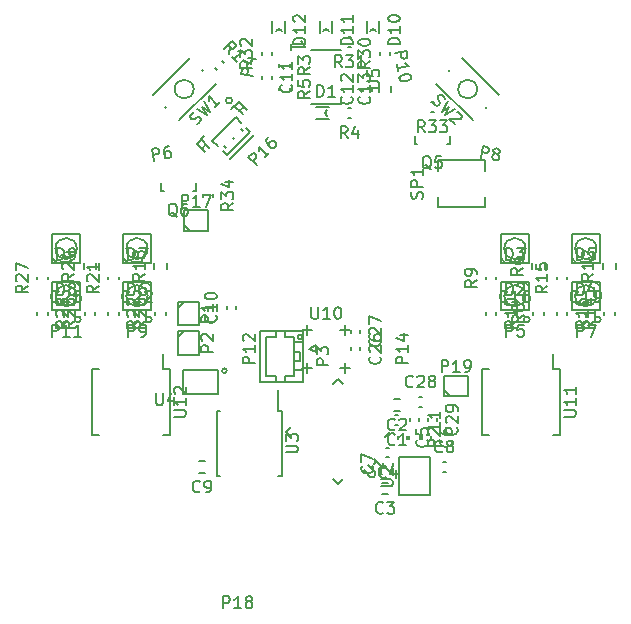
<source format=gto>
G04 #@! TF.FileFunction,Legend,Top*
%FSLAX46Y46*%
G04 Gerber Fmt 4.6, Leading zero omitted, Abs format (unit mm)*
G04 Created by KiCad (PCBNEW 4.0.1-stable) date 2017/02/17 13:25:48*
%MOMM*%
G01*
G04 APERTURE LIST*
%ADD10C,0.100000*%
%ADD11C,0.150000*%
G04 APERTURE END LIST*
D10*
D11*
X149500000Y-124419417D02*
X149075736Y-123995153D01*
X149500000Y-115580583D02*
X149924264Y-116004847D01*
X145080583Y-120000000D02*
X145504847Y-120424264D01*
X153919417Y-120000000D02*
X153495153Y-120424264D01*
X149500000Y-115580583D02*
X149075736Y-116004847D01*
X145080583Y-120000000D02*
X145504847Y-119575736D01*
X149500000Y-124419417D02*
X149924264Y-123995153D01*
X154375000Y-118600000D02*
X154625000Y-118600000D01*
X154625000Y-119400000D02*
X154375000Y-119400000D01*
X153625000Y-121350000D02*
X153875000Y-121350000D01*
X153875000Y-122150000D02*
X153625000Y-122150000D01*
X168275000Y-114725000D02*
X167700000Y-114725000D01*
X168275000Y-120275000D02*
X167700000Y-120275000D01*
X161725000Y-120275000D02*
X162300000Y-120275000D01*
X161725000Y-114725000D02*
X162300000Y-114725000D01*
X168275000Y-114725000D02*
X168275000Y-120275000D01*
X161725000Y-114725000D02*
X161725000Y-120275000D01*
X167700000Y-114725000D02*
X167700000Y-113450000D01*
X135275000Y-114725000D02*
X134700000Y-114725000D01*
X135275000Y-120275000D02*
X134700000Y-120275000D01*
X128725000Y-120275000D02*
X129300000Y-120275000D01*
X128725000Y-114725000D02*
X129300000Y-114725000D01*
X135275000Y-114725000D02*
X135275000Y-120275000D01*
X128725000Y-114725000D02*
X128725000Y-120275000D01*
X134700000Y-114725000D02*
X134700000Y-113450000D01*
X125700000Y-105700000D02*
X125300000Y-105300000D01*
X127400000Y-104500000D02*
G75*
G03X127400000Y-104500000I-900000J0D01*
G01*
X125300000Y-103300000D02*
X125300000Y-105700000D01*
X125300000Y-105700000D02*
X127700000Y-105700000D01*
X127700000Y-105700000D02*
X127700000Y-103300000D01*
X127700000Y-103300000D02*
X125300000Y-103300000D01*
X154600000Y-120625000D02*
X154600000Y-120375000D01*
X155400000Y-120375000D02*
X155400000Y-120625000D01*
X156600000Y-120625000D02*
X156600000Y-120375000D01*
X157400000Y-120375000D02*
X157400000Y-120625000D01*
X137750000Y-123475000D02*
X138250000Y-123475000D01*
X138250000Y-122525000D02*
X137750000Y-122525000D01*
X126000000Y-107350000D02*
X127000000Y-107350000D01*
X127000000Y-105650000D02*
X126000000Y-105650000D01*
X150600000Y-113125000D02*
X150600000Y-112875000D01*
X151400000Y-112875000D02*
X151400000Y-113125000D01*
X150600000Y-111625000D02*
X150600000Y-111375000D01*
X151400000Y-111375000D02*
X151400000Y-111625000D01*
X139892444Y-88770190D02*
X139729810Y-88607556D01*
X139107556Y-89229810D02*
X139270190Y-89392444D01*
X156440000Y-120615000D02*
X156440000Y-120385000D01*
X155560000Y-120385000D02*
X155560000Y-120615000D01*
X127975000Y-105750000D02*
X127975000Y-106250000D01*
X129025000Y-106250000D02*
X129025000Y-105750000D01*
X128060000Y-109885000D02*
X128060000Y-110115000D01*
X128940000Y-110115000D02*
X128940000Y-109885000D01*
X124060000Y-106885000D02*
X124060000Y-107115000D01*
X124940000Y-107115000D02*
X124940000Y-106885000D01*
X124940000Y-110115000D02*
X124940000Y-109885000D01*
X124060000Y-109885000D02*
X124060000Y-110115000D01*
X134909010Y-92520280D02*
X134979720Y-92590990D01*
X137299999Y-91000000D02*
G75*
G03X137299999Y-91000000I-799999J0D01*
G01*
X136959619Y-88348350D02*
X133848350Y-91459619D01*
X136040381Y-93651650D02*
X139151650Y-90540381D01*
X138020280Y-89409010D02*
X138090990Y-89479720D01*
X158979720Y-89409010D02*
X158909010Y-89479720D01*
X161299999Y-91000000D02*
G75*
G03X161299999Y-91000000I-799999J0D01*
G01*
X163151650Y-91459619D02*
X160040381Y-88348350D01*
X157848350Y-90540381D02*
X160959619Y-93651650D01*
X162090990Y-92520280D02*
X162020280Y-92590990D01*
X154700000Y-125350000D02*
X154700000Y-122150000D01*
X154700000Y-122150000D02*
X157300000Y-122150000D01*
X157300000Y-122150000D02*
X157300000Y-125350000D01*
X157300000Y-125350000D02*
X154700000Y-125350000D01*
X127300000Y-107300000D02*
X127700000Y-107700000D01*
X127400000Y-108500000D02*
G75*
G03X127400000Y-108500000I-900000J0D01*
G01*
X127700000Y-109700000D02*
X127700000Y-107300000D01*
X127700000Y-107300000D02*
X125300000Y-107300000D01*
X125300000Y-107300000D02*
X125300000Y-109700000D01*
X125300000Y-109700000D02*
X127700000Y-109700000D01*
X164000000Y-107350000D02*
X165000000Y-107350000D01*
X165000000Y-105650000D02*
X164000000Y-105650000D01*
X170000000Y-107350000D02*
X171000000Y-107350000D01*
X171000000Y-105650000D02*
X170000000Y-105650000D01*
X132000000Y-107350000D02*
X133000000Y-107350000D01*
X133000000Y-105650000D02*
X132000000Y-105650000D01*
X165300000Y-107300000D02*
X165700000Y-107700000D01*
X165400000Y-108500000D02*
G75*
G03X165400000Y-108500000I-900000J0D01*
G01*
X165700000Y-109700000D02*
X165700000Y-107300000D01*
X165700000Y-107300000D02*
X163300000Y-107300000D01*
X163300000Y-107300000D02*
X163300000Y-109700000D01*
X163300000Y-109700000D02*
X165700000Y-109700000D01*
X163700000Y-105700000D02*
X163300000Y-105300000D01*
X165400000Y-104500000D02*
G75*
G03X165400000Y-104500000I-900000J0D01*
G01*
X163300000Y-103300000D02*
X163300000Y-105700000D01*
X163300000Y-105700000D02*
X165700000Y-105700000D01*
X165700000Y-105700000D02*
X165700000Y-103300000D01*
X165700000Y-103300000D02*
X163300000Y-103300000D01*
X171300000Y-107300000D02*
X171700000Y-107700000D01*
X171400000Y-108500000D02*
G75*
G03X171400000Y-108500000I-900000J0D01*
G01*
X171700000Y-109700000D02*
X171700000Y-107300000D01*
X171700000Y-107300000D02*
X169300000Y-107300000D01*
X169300000Y-107300000D02*
X169300000Y-109700000D01*
X169300000Y-109700000D02*
X171700000Y-109700000D01*
X169700000Y-105700000D02*
X169300000Y-105300000D01*
X171400000Y-104500000D02*
G75*
G03X171400000Y-104500000I-900000J0D01*
G01*
X169300000Y-103300000D02*
X169300000Y-105700000D01*
X169300000Y-105700000D02*
X171700000Y-105700000D01*
X171700000Y-105700000D02*
X171700000Y-103300000D01*
X171700000Y-103300000D02*
X169300000Y-103300000D01*
X133300000Y-107300000D02*
X133700000Y-107700000D01*
X133400000Y-108500000D02*
G75*
G03X133400000Y-108500000I-900000J0D01*
G01*
X133700000Y-109700000D02*
X133700000Y-107300000D01*
X133700000Y-107300000D02*
X131300000Y-107300000D01*
X131300000Y-107300000D02*
X131300000Y-109700000D01*
X131300000Y-109700000D02*
X133700000Y-109700000D01*
X131700000Y-105700000D02*
X131300000Y-105300000D01*
X133400000Y-104500000D02*
G75*
G03X133400000Y-104500000I-900000J0D01*
G01*
X131300000Y-103300000D02*
X131300000Y-105700000D01*
X131300000Y-105700000D02*
X133700000Y-105700000D01*
X133700000Y-105700000D02*
X133700000Y-103300000D01*
X133700000Y-103300000D02*
X131300000Y-103300000D01*
X165975000Y-105750000D02*
X165975000Y-106250000D01*
X167025000Y-106250000D02*
X167025000Y-105750000D01*
X166060000Y-109885000D02*
X166060000Y-110115000D01*
X166940000Y-110115000D02*
X166940000Y-109885000D01*
X162060000Y-106885000D02*
X162060000Y-107115000D01*
X162940000Y-107115000D02*
X162940000Y-106885000D01*
X162940000Y-110115000D02*
X162940000Y-109885000D01*
X162060000Y-109885000D02*
X162060000Y-110115000D01*
X171975000Y-105750000D02*
X171975000Y-106250000D01*
X173025000Y-106250000D02*
X173025000Y-105750000D01*
X172060000Y-109885000D02*
X172060000Y-110115000D01*
X172940000Y-110115000D02*
X172940000Y-109885000D01*
X168060000Y-106885000D02*
X168060000Y-107115000D01*
X168940000Y-107115000D02*
X168940000Y-106885000D01*
X168940000Y-110115000D02*
X168940000Y-109885000D01*
X168060000Y-109885000D02*
X168060000Y-110115000D01*
X134060000Y-109885000D02*
X134060000Y-110115000D01*
X134940000Y-110115000D02*
X134940000Y-109885000D01*
X130060000Y-106885000D02*
X130060000Y-107115000D01*
X130940000Y-107115000D02*
X130940000Y-106885000D01*
X130940000Y-110115000D02*
X130940000Y-109885000D01*
X130060000Y-109885000D02*
X130060000Y-110115000D01*
X133975000Y-105750000D02*
X133975000Y-106250000D01*
X135025000Y-106250000D02*
X135025000Y-105750000D01*
X127750000Y-110500000D02*
G75*
G03X127750000Y-110500000I-250000J0D01*
G01*
X171750000Y-110500000D02*
G75*
G03X171750000Y-110500000I-250000J0D01*
G01*
X165750000Y-110500000D02*
G75*
G03X165750000Y-110500000I-250000J0D01*
G01*
X133750000Y-110500000D02*
G75*
G03X133750000Y-110500000I-250000J0D01*
G01*
X146550000Y-111450000D02*
X142950000Y-111450000D01*
X142950000Y-111450000D02*
X142950000Y-115800000D01*
X142950000Y-115800000D02*
X146550000Y-115800000D01*
X146550000Y-115800000D02*
X146550000Y-111450000D01*
X147050000Y-113000000D02*
X147650000Y-112700000D01*
X147650000Y-112700000D02*
X147650000Y-113300000D01*
X147650000Y-113300000D02*
X147050000Y-113000000D01*
X144250000Y-111450000D02*
X144250000Y-111950000D01*
X144250000Y-111950000D02*
X143450000Y-111950000D01*
X143450000Y-111950000D02*
X143450000Y-115300000D01*
X143450000Y-115300000D02*
X144250000Y-115300000D01*
X144250000Y-115300000D02*
X144250000Y-115800000D01*
X145000000Y-111450000D02*
X145000000Y-111950000D01*
X145000000Y-111950000D02*
X145800000Y-111950000D01*
X145800000Y-111950000D02*
X145800000Y-112450000D01*
X145800000Y-112450000D02*
X146550000Y-112450000D01*
X145000000Y-115800000D02*
X145000000Y-115300000D01*
X145000000Y-115300000D02*
X145800000Y-115300000D01*
X145800000Y-115300000D02*
X145800000Y-114800000D01*
X145800000Y-114800000D02*
X146550000Y-114800000D01*
X145800000Y-112450000D02*
X145800000Y-113250000D01*
X145800000Y-113250000D02*
X146300000Y-113250000D01*
X146300000Y-113250000D02*
X146300000Y-114000000D01*
X146300000Y-114000000D02*
X145800000Y-114000000D01*
X145800000Y-114000000D02*
X145800000Y-113250000D01*
X145800000Y-113250000D02*
X146300000Y-113250000D01*
X146300000Y-113250000D02*
X146300000Y-114000000D01*
X146300000Y-114000000D02*
X145800000Y-114000000D01*
X145800000Y-114000000D02*
X145800000Y-114800000D01*
X146500000Y-112000000D02*
G75*
G03X146500000Y-112000000I-200000J0D01*
G01*
X149700000Y-114600000D02*
X150500000Y-114600000D01*
X150100000Y-114200000D02*
X150100000Y-115000000D01*
X146500000Y-114600000D02*
X147300000Y-114600000D01*
X146900000Y-114200000D02*
X146900000Y-115000000D01*
X149700000Y-111400000D02*
X150500000Y-111400000D01*
X150100000Y-111800000D02*
X150100000Y-111000000D01*
X146900000Y-111800000D02*
X146900000Y-111000000D01*
X147300000Y-111400000D02*
X146500000Y-111400000D01*
X144755000Y-118250000D02*
X144455000Y-118250000D01*
X144755000Y-123750000D02*
X144455000Y-123750000D01*
X139245000Y-123750000D02*
X139545000Y-123750000D01*
X139245000Y-118250000D02*
X139545000Y-118250000D01*
X144755000Y-118250000D02*
X144755000Y-123750000D01*
X139245000Y-118250000D02*
X139245000Y-123750000D01*
X144455000Y-118250000D02*
X144455000Y-116500000D01*
X154250000Y-118225000D02*
X154750000Y-118225000D01*
X154750000Y-117275000D02*
X154250000Y-117275000D01*
X153250000Y-125275000D02*
X153750000Y-125275000D01*
X153750000Y-124325000D02*
X153250000Y-124325000D01*
X154150000Y-122625000D02*
X154150000Y-122875000D01*
X153350000Y-122875000D02*
X153350000Y-122625000D01*
X158625000Y-123400000D02*
X158375000Y-123400000D01*
X158375000Y-122600000D02*
X158625000Y-122600000D01*
X140900000Y-109375000D02*
X140900000Y-109625000D01*
X140100000Y-109625000D02*
X140100000Y-109375000D01*
X143100000Y-90125000D02*
X143100000Y-89875000D01*
X143900000Y-89875000D02*
X143900000Y-90125000D01*
X152400000Y-90875000D02*
X152400000Y-91125000D01*
X151600000Y-91125000D02*
X151600000Y-90875000D01*
X153025000Y-90750000D02*
X153025000Y-91250000D01*
X153975000Y-91250000D02*
X153975000Y-90750000D01*
X148400000Y-93000000D02*
X148600000Y-93250000D01*
X148600000Y-92750000D02*
X148400000Y-93000000D01*
X148750000Y-92475000D02*
X147700000Y-92475000D01*
X148750000Y-93525000D02*
X147700000Y-93525000D01*
X152500000Y-85900000D02*
X152250000Y-86100000D01*
X152750000Y-86100000D02*
X152500000Y-85900000D01*
X153025000Y-86250000D02*
X153025000Y-85200000D01*
X151975000Y-86250000D02*
X151975000Y-85200000D01*
X148500000Y-85900000D02*
X148250000Y-86100000D01*
X148750000Y-86100000D02*
X148500000Y-85900000D01*
X149025000Y-86250000D02*
X149025000Y-85200000D01*
X147975000Y-86250000D02*
X147975000Y-85200000D01*
X144500000Y-85900000D02*
X144250000Y-86100000D01*
X144750000Y-86100000D02*
X144500000Y-85900000D01*
X145025000Y-86250000D02*
X145025000Y-85200000D01*
X143975000Y-86250000D02*
X143975000Y-85200000D01*
X136500000Y-109000000D02*
X136000000Y-109500000D01*
X137750000Y-109000000D02*
X136000000Y-109000000D01*
X136000000Y-109000000D02*
X136000000Y-111000000D01*
X136000000Y-111000000D02*
X137750000Y-111000000D01*
X137750000Y-111000000D02*
X137750000Y-109000000D01*
X136500000Y-111500000D02*
X136000000Y-112000000D01*
X137750000Y-111500000D02*
X136000000Y-111500000D01*
X136000000Y-111500000D02*
X136000000Y-113500000D01*
X136000000Y-113500000D02*
X137750000Y-113500000D01*
X137750000Y-113500000D02*
X137750000Y-111500000D01*
X140541682Y-91963254D02*
G75*
G03X140541682Y-91963254I-250000J0D01*
G01*
X142377647Y-94897748D02*
X140397748Y-96877647D01*
X141811961Y-92776427D02*
X141104854Y-92069320D01*
X141104854Y-92069320D02*
X140468458Y-92705717D01*
X140751301Y-92422874D02*
X141458408Y-93129981D01*
X141458408Y-93129981D02*
X141458408Y-93129981D01*
X141458408Y-93129981D02*
X140751301Y-92422874D01*
X140751301Y-92422874D02*
X140751301Y-92422874D01*
X141175565Y-92847138D02*
X141175565Y-92847138D01*
X141175565Y-92847138D02*
X141529118Y-92493585D01*
X141529118Y-92493585D02*
X141529118Y-92493585D01*
X141529118Y-92493585D02*
X141175565Y-92847138D01*
X138276427Y-96311961D02*
X137569320Y-95604854D01*
X137569320Y-95604854D02*
X138205717Y-94968458D01*
X137922874Y-95251301D02*
X138629981Y-95958408D01*
X138629981Y-95958408D02*
X138629981Y-95958408D01*
X138629981Y-95958408D02*
X137922874Y-95251301D01*
X137922874Y-95251301D02*
X137922874Y-95251301D01*
X138347138Y-95675565D02*
X138347138Y-95675565D01*
X138347138Y-95675565D02*
X137993585Y-96029118D01*
X137993585Y-96029118D02*
X137993585Y-96029118D01*
X137993585Y-96029118D02*
X138347138Y-95675565D01*
X141741250Y-94261351D02*
X142094804Y-94614905D01*
X142094804Y-94614905D02*
X140114905Y-96594804D01*
X140114905Y-96594804D02*
X139761351Y-96241250D01*
X141316986Y-93837087D02*
X140857367Y-93377468D01*
X140857367Y-93377468D02*
X138877468Y-95357367D01*
X138877468Y-95357367D02*
X139337087Y-95816986D01*
X141458408Y-94544194D02*
X141316986Y-94402773D01*
X140751301Y-95251301D02*
X140609880Y-95109880D01*
X140044194Y-95958408D02*
X139902773Y-95816986D01*
X136500000Y-102500000D02*
X137000000Y-103000000D01*
X136500000Y-101250000D02*
X136500000Y-103000000D01*
X136500000Y-103000000D02*
X138500000Y-103000000D01*
X138500000Y-103000000D02*
X138500000Y-101250000D01*
X138500000Y-101250000D02*
X136500000Y-101250000D01*
X156200840Y-95650240D02*
X156249100Y-95650240D01*
X158999820Y-94949200D02*
X158999820Y-95650240D01*
X158999820Y-95650240D02*
X158750900Y-95650240D01*
X156200840Y-95650240D02*
X156000180Y-95650240D01*
X156000180Y-95650240D02*
X156000180Y-94949200D01*
X134700840Y-99650240D02*
X134749100Y-99650240D01*
X137499820Y-98949200D02*
X137499820Y-99650240D01*
X137499820Y-99650240D02*
X137250900Y-99650240D01*
X134700840Y-99650240D02*
X134500180Y-99650240D01*
X134500180Y-99650240D02*
X134500180Y-98949200D01*
X145440000Y-89115000D02*
X145440000Y-88885000D01*
X144560000Y-88885000D02*
X144560000Y-89115000D01*
X150385000Y-93440000D02*
X150615000Y-93440000D01*
X150615000Y-92560000D02*
X150385000Y-92560000D01*
X145440000Y-91115000D02*
X145440000Y-90885000D01*
X144560000Y-90885000D02*
X144560000Y-91115000D01*
X153060000Y-87885000D02*
X153060000Y-88115000D01*
X153940000Y-88115000D02*
X153940000Y-87885000D01*
X150385000Y-87440000D02*
X150615000Y-87440000D01*
X150615000Y-86560000D02*
X150385000Y-86560000D01*
X143060000Y-87885000D02*
X143060000Y-88115000D01*
X143940000Y-88115000D02*
X143940000Y-87885000D01*
X157385000Y-92940000D02*
X157615000Y-92940000D01*
X157615000Y-92060000D02*
X157385000Y-92060000D01*
X138940000Y-100115000D02*
X138940000Y-99885000D01*
X138060000Y-99885000D02*
X138060000Y-100115000D01*
X158000000Y-97900000D02*
X158000000Y-97000000D01*
X158000000Y-97000000D02*
X162000000Y-97000000D01*
X162000000Y-97000000D02*
X162000000Y-97900000D01*
X162000000Y-101000000D02*
X158000000Y-101000000D01*
X158000000Y-101000000D02*
X158000000Y-100100000D01*
X162000000Y-100100000D02*
X162000000Y-101000000D01*
X145551060Y-87150120D02*
X145551060Y-87650500D01*
X146351160Y-86949460D02*
X146749940Y-87399040D01*
X146749940Y-87399040D02*
X145551060Y-87399040D01*
X147199520Y-87698760D02*
X149800480Y-87698760D01*
X149800480Y-92301240D02*
X147199520Y-92301240D01*
X140100000Y-114850000D02*
G75*
G03X140100000Y-114850000I-200000J0D01*
G01*
X139400000Y-116800000D02*
X139400000Y-114800000D01*
X139400000Y-114800000D02*
X136400000Y-114800000D01*
X136400000Y-114800000D02*
X136400000Y-116800000D01*
X136400000Y-116800000D02*
X139400000Y-116800000D01*
X156625000Y-117900000D02*
X156375000Y-117900000D01*
X156375000Y-117100000D02*
X156625000Y-117100000D01*
X157100000Y-119125000D02*
X157100000Y-118875000D01*
X157900000Y-118875000D02*
X157900000Y-119125000D01*
X155600000Y-119125000D02*
X155600000Y-118875000D01*
X156400000Y-118875000D02*
X156400000Y-119125000D01*
X158500000Y-116500000D02*
X159000000Y-117000000D01*
X158500000Y-115250000D02*
X158500000Y-117000000D01*
X158500000Y-117000000D02*
X160500000Y-117000000D01*
X160500000Y-117000000D02*
X160500000Y-115250000D01*
X160500000Y-115250000D02*
X158500000Y-115250000D01*
X151685297Y-123262793D02*
X152257717Y-123835213D01*
X152358732Y-123868885D01*
X152426075Y-123868885D01*
X152527090Y-123835213D01*
X152661778Y-123700525D01*
X152695450Y-123599510D01*
X152695450Y-123532167D01*
X152661778Y-123431152D01*
X152089358Y-122858732D01*
X153503572Y-122858732D02*
X153099510Y-123262793D01*
X153301541Y-123060763D02*
X152594434Y-122353656D01*
X152628106Y-122522015D01*
X152628106Y-122656701D01*
X152594434Y-122757717D01*
X154333334Y-121057143D02*
X154285715Y-121104762D01*
X154142858Y-121152381D01*
X154047620Y-121152381D01*
X153904762Y-121104762D01*
X153809524Y-121009524D01*
X153761905Y-120914286D01*
X153714286Y-120723810D01*
X153714286Y-120580952D01*
X153761905Y-120390476D01*
X153809524Y-120295238D01*
X153904762Y-120200000D01*
X154047620Y-120152381D01*
X154142858Y-120152381D01*
X154285715Y-120200000D01*
X154333334Y-120247619D01*
X155285715Y-121152381D02*
X154714286Y-121152381D01*
X155000000Y-121152381D02*
X155000000Y-120152381D01*
X154904762Y-120295238D01*
X154809524Y-120390476D01*
X154714286Y-120438095D01*
X153583334Y-123807143D02*
X153535715Y-123854762D01*
X153392858Y-123902381D01*
X153297620Y-123902381D01*
X153154762Y-123854762D01*
X153059524Y-123759524D01*
X153011905Y-123664286D01*
X152964286Y-123473810D01*
X152964286Y-123330952D01*
X153011905Y-123140476D01*
X153059524Y-123045238D01*
X153154762Y-122950000D01*
X153297620Y-122902381D01*
X153392858Y-122902381D01*
X153535715Y-122950000D01*
X153583334Y-122997619D01*
X154440477Y-123235714D02*
X154440477Y-123902381D01*
X154202381Y-122854762D02*
X153964286Y-123569048D01*
X154583334Y-123569048D01*
X168652381Y-118738095D02*
X169461905Y-118738095D01*
X169557143Y-118690476D01*
X169604762Y-118642857D01*
X169652381Y-118547619D01*
X169652381Y-118357142D01*
X169604762Y-118261904D01*
X169557143Y-118214285D01*
X169461905Y-118166666D01*
X168652381Y-118166666D01*
X169652381Y-117166666D02*
X169652381Y-117738095D01*
X169652381Y-117452381D02*
X168652381Y-117452381D01*
X168795238Y-117547619D01*
X168890476Y-117642857D01*
X168938095Y-117738095D01*
X169652381Y-116214285D02*
X169652381Y-116785714D01*
X169652381Y-116500000D02*
X168652381Y-116500000D01*
X168795238Y-116595238D01*
X168890476Y-116690476D01*
X168938095Y-116785714D01*
X135652381Y-118738095D02*
X136461905Y-118738095D01*
X136557143Y-118690476D01*
X136604762Y-118642857D01*
X136652381Y-118547619D01*
X136652381Y-118357142D01*
X136604762Y-118261904D01*
X136557143Y-118214285D01*
X136461905Y-118166666D01*
X135652381Y-118166666D01*
X136652381Y-117166666D02*
X136652381Y-117738095D01*
X136652381Y-117452381D02*
X135652381Y-117452381D01*
X135795238Y-117547619D01*
X135890476Y-117642857D01*
X135938095Y-117738095D01*
X135747619Y-116785714D02*
X135700000Y-116738095D01*
X135652381Y-116642857D01*
X135652381Y-116404761D01*
X135700000Y-116309523D01*
X135747619Y-116261904D01*
X135842857Y-116214285D01*
X135938095Y-116214285D01*
X136080952Y-116261904D01*
X136652381Y-116833333D01*
X136652381Y-116214285D01*
X125761905Y-105452381D02*
X125761905Y-104452381D01*
X126000000Y-104452381D01*
X126142858Y-104500000D01*
X126238096Y-104595238D01*
X126285715Y-104690476D01*
X126333334Y-104880952D01*
X126333334Y-105023810D01*
X126285715Y-105214286D01*
X126238096Y-105309524D01*
X126142858Y-105404762D01*
X126000000Y-105452381D01*
X125761905Y-105452381D01*
X126809524Y-105452381D02*
X127000000Y-105452381D01*
X127095239Y-105404762D01*
X127142858Y-105357143D01*
X127238096Y-105214286D01*
X127285715Y-105023810D01*
X127285715Y-104642857D01*
X127238096Y-104547619D01*
X127190477Y-104500000D01*
X127095239Y-104452381D01*
X126904762Y-104452381D01*
X126809524Y-104500000D01*
X126761905Y-104547619D01*
X126714286Y-104642857D01*
X126714286Y-104880952D01*
X126761905Y-104976190D01*
X126809524Y-105023810D01*
X126904762Y-105071429D01*
X127095239Y-105071429D01*
X127190477Y-105023810D01*
X127238096Y-104976190D01*
X127285715Y-104880952D01*
X157057143Y-120666666D02*
X157104762Y-120714285D01*
X157152381Y-120857142D01*
X157152381Y-120952380D01*
X157104762Y-121095238D01*
X157009524Y-121190476D01*
X156914286Y-121238095D01*
X156723810Y-121285714D01*
X156580952Y-121285714D01*
X156390476Y-121238095D01*
X156295238Y-121190476D01*
X156200000Y-121095238D01*
X156152381Y-120952380D01*
X156152381Y-120857142D01*
X156200000Y-120714285D01*
X156247619Y-120666666D01*
X156152381Y-119761904D02*
X156152381Y-120238095D01*
X156628571Y-120285714D01*
X156580952Y-120238095D01*
X156533333Y-120142857D01*
X156533333Y-119904761D01*
X156580952Y-119809523D01*
X156628571Y-119761904D01*
X156723810Y-119714285D01*
X156961905Y-119714285D01*
X157057143Y-119761904D01*
X157104762Y-119809523D01*
X157152381Y-119904761D01*
X157152381Y-120142857D01*
X157104762Y-120238095D01*
X157057143Y-120285714D01*
X159057143Y-120666666D02*
X159104762Y-120714285D01*
X159152381Y-120857142D01*
X159152381Y-120952380D01*
X159104762Y-121095238D01*
X159009524Y-121190476D01*
X158914286Y-121238095D01*
X158723810Y-121285714D01*
X158580952Y-121285714D01*
X158390476Y-121238095D01*
X158295238Y-121190476D01*
X158200000Y-121095238D01*
X158152381Y-120952380D01*
X158152381Y-120857142D01*
X158200000Y-120714285D01*
X158247619Y-120666666D01*
X158152381Y-119809523D02*
X158152381Y-120000000D01*
X158200000Y-120095238D01*
X158247619Y-120142857D01*
X158390476Y-120238095D01*
X158580952Y-120285714D01*
X158961905Y-120285714D01*
X159057143Y-120238095D01*
X159104762Y-120190476D01*
X159152381Y-120095238D01*
X159152381Y-119904761D01*
X159104762Y-119809523D01*
X159057143Y-119761904D01*
X158961905Y-119714285D01*
X158723810Y-119714285D01*
X158628571Y-119761904D01*
X158580952Y-119809523D01*
X158533333Y-119904761D01*
X158533333Y-120095238D01*
X158580952Y-120190476D01*
X158628571Y-120238095D01*
X158723810Y-120285714D01*
X137833334Y-125057143D02*
X137785715Y-125104762D01*
X137642858Y-125152381D01*
X137547620Y-125152381D01*
X137404762Y-125104762D01*
X137309524Y-125009524D01*
X137261905Y-124914286D01*
X137214286Y-124723810D01*
X137214286Y-124580952D01*
X137261905Y-124390476D01*
X137309524Y-124295238D01*
X137404762Y-124200000D01*
X137547620Y-124152381D01*
X137642858Y-124152381D01*
X137785715Y-124200000D01*
X137833334Y-124247619D01*
X138309524Y-125152381D02*
X138500000Y-125152381D01*
X138595239Y-125104762D01*
X138642858Y-125057143D01*
X138738096Y-124914286D01*
X138785715Y-124723810D01*
X138785715Y-124342857D01*
X138738096Y-124247619D01*
X138690477Y-124200000D01*
X138595239Y-124152381D01*
X138404762Y-124152381D01*
X138309524Y-124200000D01*
X138261905Y-124247619D01*
X138214286Y-124342857D01*
X138214286Y-124580952D01*
X138261905Y-124676190D01*
X138309524Y-124723810D01*
X138404762Y-124771429D01*
X138595239Y-124771429D01*
X138690477Y-124723810D01*
X138738096Y-124676190D01*
X138785715Y-124580952D01*
X125857143Y-108957143D02*
X125809524Y-109004762D01*
X125666667Y-109052381D01*
X125571429Y-109052381D01*
X125428571Y-109004762D01*
X125333333Y-108909524D01*
X125285714Y-108814286D01*
X125238095Y-108623810D01*
X125238095Y-108480952D01*
X125285714Y-108290476D01*
X125333333Y-108195238D01*
X125428571Y-108100000D01*
X125571429Y-108052381D01*
X125666667Y-108052381D01*
X125809524Y-108100000D01*
X125857143Y-108147619D01*
X126238095Y-108147619D02*
X126285714Y-108100000D01*
X126380952Y-108052381D01*
X126619048Y-108052381D01*
X126714286Y-108100000D01*
X126761905Y-108147619D01*
X126809524Y-108242857D01*
X126809524Y-108338095D01*
X126761905Y-108480952D01*
X126190476Y-109052381D01*
X126809524Y-109052381D01*
X127714286Y-108052381D02*
X127238095Y-108052381D01*
X127190476Y-108528571D01*
X127238095Y-108480952D01*
X127333333Y-108433333D01*
X127571429Y-108433333D01*
X127666667Y-108480952D01*
X127714286Y-108528571D01*
X127761905Y-108623810D01*
X127761905Y-108861905D01*
X127714286Y-108957143D01*
X127666667Y-109004762D01*
X127571429Y-109052381D01*
X127333333Y-109052381D01*
X127238095Y-109004762D01*
X127190476Y-108957143D01*
X153057143Y-113642857D02*
X153104762Y-113690476D01*
X153152381Y-113833333D01*
X153152381Y-113928571D01*
X153104762Y-114071429D01*
X153009524Y-114166667D01*
X152914286Y-114214286D01*
X152723810Y-114261905D01*
X152580952Y-114261905D01*
X152390476Y-114214286D01*
X152295238Y-114166667D01*
X152200000Y-114071429D01*
X152152381Y-113928571D01*
X152152381Y-113833333D01*
X152200000Y-113690476D01*
X152247619Y-113642857D01*
X152247619Y-113261905D02*
X152200000Y-113214286D01*
X152152381Y-113119048D01*
X152152381Y-112880952D01*
X152200000Y-112785714D01*
X152247619Y-112738095D01*
X152342857Y-112690476D01*
X152438095Y-112690476D01*
X152580952Y-112738095D01*
X153152381Y-113309524D01*
X153152381Y-112690476D01*
X152152381Y-111833333D02*
X152152381Y-112023810D01*
X152200000Y-112119048D01*
X152247619Y-112166667D01*
X152390476Y-112261905D01*
X152580952Y-112309524D01*
X152961905Y-112309524D01*
X153057143Y-112261905D01*
X153104762Y-112214286D01*
X153152381Y-112119048D01*
X153152381Y-111928571D01*
X153104762Y-111833333D01*
X153057143Y-111785714D01*
X152961905Y-111738095D01*
X152723810Y-111738095D01*
X152628571Y-111785714D01*
X152580952Y-111833333D01*
X152533333Y-111928571D01*
X152533333Y-112119048D01*
X152580952Y-112214286D01*
X152628571Y-112261905D01*
X152723810Y-112309524D01*
X153057143Y-112142857D02*
X153104762Y-112190476D01*
X153152381Y-112333333D01*
X153152381Y-112428571D01*
X153104762Y-112571429D01*
X153009524Y-112666667D01*
X152914286Y-112714286D01*
X152723810Y-112761905D01*
X152580952Y-112761905D01*
X152390476Y-112714286D01*
X152295238Y-112666667D01*
X152200000Y-112571429D01*
X152152381Y-112428571D01*
X152152381Y-112333333D01*
X152200000Y-112190476D01*
X152247619Y-112142857D01*
X152247619Y-111761905D02*
X152200000Y-111714286D01*
X152152381Y-111619048D01*
X152152381Y-111380952D01*
X152200000Y-111285714D01*
X152247619Y-111238095D01*
X152342857Y-111190476D01*
X152438095Y-111190476D01*
X152580952Y-111238095D01*
X153152381Y-111809524D01*
X153152381Y-111190476D01*
X152152381Y-110857143D02*
X152152381Y-110190476D01*
X153152381Y-110619048D01*
X140264350Y-87999949D02*
X140365365Y-87427528D01*
X139860288Y-87595888D02*
X140567395Y-86888781D01*
X140836770Y-87158155D01*
X140870441Y-87259171D01*
X140870441Y-87326514D01*
X140836770Y-87427529D01*
X140735754Y-87528544D01*
X140634739Y-87562216D01*
X140567396Y-87562216D01*
X140466381Y-87528544D01*
X140197006Y-87259170D01*
X140937785Y-88673384D02*
X140533723Y-88269323D01*
X140735754Y-88471353D02*
X141442860Y-87764246D01*
X141274502Y-87797918D01*
X141139815Y-87797918D01*
X141038800Y-87764246D01*
X158152381Y-120666666D02*
X157676190Y-121000000D01*
X158152381Y-121238095D02*
X157152381Y-121238095D01*
X157152381Y-120857142D01*
X157200000Y-120761904D01*
X157247619Y-120714285D01*
X157342857Y-120666666D01*
X157485714Y-120666666D01*
X157580952Y-120714285D01*
X157628571Y-120761904D01*
X157676190Y-120857142D01*
X157676190Y-121238095D01*
X157247619Y-120285714D02*
X157200000Y-120238095D01*
X157152381Y-120142857D01*
X157152381Y-119904761D01*
X157200000Y-119809523D01*
X157247619Y-119761904D01*
X157342857Y-119714285D01*
X157438095Y-119714285D01*
X157580952Y-119761904D01*
X158152381Y-120333333D01*
X158152381Y-119714285D01*
X127152381Y-106642857D02*
X126676190Y-106976191D01*
X127152381Y-107214286D02*
X126152381Y-107214286D01*
X126152381Y-106833333D01*
X126200000Y-106738095D01*
X126247619Y-106690476D01*
X126342857Y-106642857D01*
X126485714Y-106642857D01*
X126580952Y-106690476D01*
X126628571Y-106738095D01*
X126676190Y-106833333D01*
X126676190Y-107214286D01*
X126247619Y-106261905D02*
X126200000Y-106214286D01*
X126152381Y-106119048D01*
X126152381Y-105880952D01*
X126200000Y-105785714D01*
X126247619Y-105738095D01*
X126342857Y-105690476D01*
X126438095Y-105690476D01*
X126580952Y-105738095D01*
X127152381Y-106309524D01*
X127152381Y-105690476D01*
X126485714Y-104833333D02*
X127152381Y-104833333D01*
X126104762Y-105071429D02*
X126819048Y-105309524D01*
X126819048Y-104690476D01*
X127252381Y-110642857D02*
X126776190Y-110976191D01*
X127252381Y-111214286D02*
X126252381Y-111214286D01*
X126252381Y-110833333D01*
X126300000Y-110738095D01*
X126347619Y-110690476D01*
X126442857Y-110642857D01*
X126585714Y-110642857D01*
X126680952Y-110690476D01*
X126728571Y-110738095D01*
X126776190Y-110833333D01*
X126776190Y-111214286D01*
X126347619Y-110261905D02*
X126300000Y-110214286D01*
X126252381Y-110119048D01*
X126252381Y-109880952D01*
X126300000Y-109785714D01*
X126347619Y-109738095D01*
X126442857Y-109690476D01*
X126538095Y-109690476D01*
X126680952Y-109738095D01*
X127252381Y-110309524D01*
X127252381Y-109690476D01*
X126252381Y-108833333D02*
X126252381Y-109023810D01*
X126300000Y-109119048D01*
X126347619Y-109166667D01*
X126490476Y-109261905D01*
X126680952Y-109309524D01*
X127061905Y-109309524D01*
X127157143Y-109261905D01*
X127204762Y-109214286D01*
X127252381Y-109119048D01*
X127252381Y-108928571D01*
X127204762Y-108833333D01*
X127157143Y-108785714D01*
X127061905Y-108738095D01*
X126823810Y-108738095D01*
X126728571Y-108785714D01*
X126680952Y-108833333D01*
X126633333Y-108928571D01*
X126633333Y-109119048D01*
X126680952Y-109214286D01*
X126728571Y-109261905D01*
X126823810Y-109309524D01*
X123252381Y-107642857D02*
X122776190Y-107976191D01*
X123252381Y-108214286D02*
X122252381Y-108214286D01*
X122252381Y-107833333D01*
X122300000Y-107738095D01*
X122347619Y-107690476D01*
X122442857Y-107642857D01*
X122585714Y-107642857D01*
X122680952Y-107690476D01*
X122728571Y-107738095D01*
X122776190Y-107833333D01*
X122776190Y-108214286D01*
X122347619Y-107261905D02*
X122300000Y-107214286D01*
X122252381Y-107119048D01*
X122252381Y-106880952D01*
X122300000Y-106785714D01*
X122347619Y-106738095D01*
X122442857Y-106690476D01*
X122538095Y-106690476D01*
X122680952Y-106738095D01*
X123252381Y-107309524D01*
X123252381Y-106690476D01*
X122252381Y-106357143D02*
X122252381Y-105690476D01*
X123252381Y-106119048D01*
X126652381Y-110642857D02*
X126176190Y-110976191D01*
X126652381Y-111214286D02*
X125652381Y-111214286D01*
X125652381Y-110833333D01*
X125700000Y-110738095D01*
X125747619Y-110690476D01*
X125842857Y-110642857D01*
X125985714Y-110642857D01*
X126080952Y-110690476D01*
X126128571Y-110738095D01*
X126176190Y-110833333D01*
X126176190Y-111214286D01*
X125747619Y-110261905D02*
X125700000Y-110214286D01*
X125652381Y-110119048D01*
X125652381Y-109880952D01*
X125700000Y-109785714D01*
X125747619Y-109738095D01*
X125842857Y-109690476D01*
X125938095Y-109690476D01*
X126080952Y-109738095D01*
X126652381Y-110309524D01*
X126652381Y-109690476D01*
X126080952Y-109119048D02*
X126033333Y-109214286D01*
X125985714Y-109261905D01*
X125890476Y-109309524D01*
X125842857Y-109309524D01*
X125747619Y-109261905D01*
X125700000Y-109214286D01*
X125652381Y-109119048D01*
X125652381Y-108928571D01*
X125700000Y-108833333D01*
X125747619Y-108785714D01*
X125842857Y-108738095D01*
X125890476Y-108738095D01*
X125985714Y-108785714D01*
X126033333Y-108833333D01*
X126080952Y-108928571D01*
X126080952Y-109119048D01*
X126128571Y-109214286D01*
X126176190Y-109261905D01*
X126271429Y-109309524D01*
X126461905Y-109309524D01*
X126557143Y-109261905D01*
X126604762Y-109214286D01*
X126652381Y-109119048D01*
X126652381Y-108928571D01*
X126604762Y-108833333D01*
X126557143Y-108785714D01*
X126461905Y-108738095D01*
X126271429Y-108738095D01*
X126176190Y-108785714D01*
X126128571Y-108833333D01*
X126080952Y-108928571D01*
X137575813Y-93961431D02*
X137710500Y-93894087D01*
X137878859Y-93725728D01*
X137912531Y-93624713D01*
X137912531Y-93557369D01*
X137878859Y-93456354D01*
X137811516Y-93389011D01*
X137710501Y-93355339D01*
X137643157Y-93355339D01*
X137542141Y-93389010D01*
X137373782Y-93490026D01*
X137272767Y-93523698D01*
X137205424Y-93523698D01*
X137104408Y-93490026D01*
X137037065Y-93422683D01*
X137003393Y-93321667D01*
X137003393Y-93254324D01*
X137037065Y-93153309D01*
X137205424Y-92984950D01*
X137340111Y-92917606D01*
X137542141Y-92648232D02*
X138417607Y-93186981D01*
X138047218Y-92547216D01*
X138686981Y-92917606D01*
X138148233Y-92042141D01*
X139495103Y-92109484D02*
X139091042Y-92513545D01*
X139293072Y-92311515D02*
X138585965Y-91604408D01*
X138619637Y-91772767D01*
X138619637Y-91907454D01*
X138585965Y-92008469D01*
X157538569Y-92075813D02*
X157605913Y-92210500D01*
X157774272Y-92378859D01*
X157875287Y-92412531D01*
X157942631Y-92412531D01*
X158043646Y-92378859D01*
X158110989Y-92311516D01*
X158144661Y-92210501D01*
X158144661Y-92143157D01*
X158110990Y-92042141D01*
X158009974Y-91873782D01*
X157976302Y-91772767D01*
X157976302Y-91705424D01*
X158009974Y-91604408D01*
X158077317Y-91537065D01*
X158178333Y-91503393D01*
X158245676Y-91503393D01*
X158346691Y-91537065D01*
X158515050Y-91705424D01*
X158582394Y-91840111D01*
X158851768Y-92042141D02*
X158313019Y-92917607D01*
X158952784Y-92547218D01*
X158582394Y-93186981D01*
X159457859Y-92648233D01*
X159626218Y-92951279D02*
X159693561Y-92951279D01*
X159794576Y-92984950D01*
X159962936Y-93153310D01*
X159996607Y-93254325D01*
X159996607Y-93321668D01*
X159962936Y-93422683D01*
X159895592Y-93490027D01*
X159760905Y-93557370D01*
X158952783Y-93557370D01*
X159390516Y-93995103D01*
X153152381Y-124611905D02*
X153961905Y-124611905D01*
X154057143Y-124564286D01*
X154104762Y-124516667D01*
X154152381Y-124421429D01*
X154152381Y-124230952D01*
X154104762Y-124135714D01*
X154057143Y-124088095D01*
X153961905Y-124040476D01*
X153152381Y-124040476D01*
X153247619Y-123611905D02*
X153200000Y-123564286D01*
X153152381Y-123469048D01*
X153152381Y-123230952D01*
X153200000Y-123135714D01*
X153247619Y-123088095D01*
X153342857Y-123040476D01*
X153438095Y-123040476D01*
X153580952Y-123088095D01*
X154152381Y-123659524D01*
X154152381Y-123040476D01*
X125761905Y-108452381D02*
X125761905Y-107452381D01*
X126000000Y-107452381D01*
X126142858Y-107500000D01*
X126238096Y-107595238D01*
X126285715Y-107690476D01*
X126333334Y-107880952D01*
X126333334Y-108023810D01*
X126285715Y-108214286D01*
X126238096Y-108309524D01*
X126142858Y-108404762D01*
X126000000Y-108452381D01*
X125761905Y-108452381D01*
X126904762Y-107880952D02*
X126809524Y-107833333D01*
X126761905Y-107785714D01*
X126714286Y-107690476D01*
X126714286Y-107642857D01*
X126761905Y-107547619D01*
X126809524Y-107500000D01*
X126904762Y-107452381D01*
X127095239Y-107452381D01*
X127190477Y-107500000D01*
X127238096Y-107547619D01*
X127285715Y-107642857D01*
X127285715Y-107690476D01*
X127238096Y-107785714D01*
X127190477Y-107833333D01*
X127095239Y-107880952D01*
X126904762Y-107880952D01*
X126809524Y-107928571D01*
X126761905Y-107976190D01*
X126714286Y-108071429D01*
X126714286Y-108261905D01*
X126761905Y-108357143D01*
X126809524Y-108404762D01*
X126904762Y-108452381D01*
X127095239Y-108452381D01*
X127190477Y-108404762D01*
X127238096Y-108357143D01*
X127285715Y-108261905D01*
X127285715Y-108071429D01*
X127238096Y-107976190D01*
X127190477Y-107928571D01*
X127095239Y-107880952D01*
X163857143Y-108957143D02*
X163809524Y-109004762D01*
X163666667Y-109052381D01*
X163571429Y-109052381D01*
X163428571Y-109004762D01*
X163333333Y-108909524D01*
X163285714Y-108814286D01*
X163238095Y-108623810D01*
X163238095Y-108480952D01*
X163285714Y-108290476D01*
X163333333Y-108195238D01*
X163428571Y-108100000D01*
X163571429Y-108052381D01*
X163666667Y-108052381D01*
X163809524Y-108100000D01*
X163857143Y-108147619D01*
X164809524Y-109052381D02*
X164238095Y-109052381D01*
X164523809Y-109052381D02*
X164523809Y-108052381D01*
X164428571Y-108195238D01*
X164333333Y-108290476D01*
X164238095Y-108338095D01*
X165666667Y-108052381D02*
X165476190Y-108052381D01*
X165380952Y-108100000D01*
X165333333Y-108147619D01*
X165238095Y-108290476D01*
X165190476Y-108480952D01*
X165190476Y-108861905D01*
X165238095Y-108957143D01*
X165285714Y-109004762D01*
X165380952Y-109052381D01*
X165571429Y-109052381D01*
X165666667Y-109004762D01*
X165714286Y-108957143D01*
X165761905Y-108861905D01*
X165761905Y-108623810D01*
X165714286Y-108528571D01*
X165666667Y-108480952D01*
X165571429Y-108433333D01*
X165380952Y-108433333D01*
X165285714Y-108480952D01*
X165238095Y-108528571D01*
X165190476Y-108623810D01*
X169857143Y-108957143D02*
X169809524Y-109004762D01*
X169666667Y-109052381D01*
X169571429Y-109052381D01*
X169428571Y-109004762D01*
X169333333Y-108909524D01*
X169285714Y-108814286D01*
X169238095Y-108623810D01*
X169238095Y-108480952D01*
X169285714Y-108290476D01*
X169333333Y-108195238D01*
X169428571Y-108100000D01*
X169571429Y-108052381D01*
X169666667Y-108052381D01*
X169809524Y-108100000D01*
X169857143Y-108147619D01*
X170809524Y-109052381D02*
X170238095Y-109052381D01*
X170523809Y-109052381D02*
X170523809Y-108052381D01*
X170428571Y-108195238D01*
X170333333Y-108290476D01*
X170238095Y-108338095D01*
X171285714Y-109052381D02*
X171476190Y-109052381D01*
X171571429Y-109004762D01*
X171619048Y-108957143D01*
X171714286Y-108814286D01*
X171761905Y-108623810D01*
X171761905Y-108242857D01*
X171714286Y-108147619D01*
X171666667Y-108100000D01*
X171571429Y-108052381D01*
X171380952Y-108052381D01*
X171285714Y-108100000D01*
X171238095Y-108147619D01*
X171190476Y-108242857D01*
X171190476Y-108480952D01*
X171238095Y-108576190D01*
X171285714Y-108623810D01*
X171380952Y-108671429D01*
X171571429Y-108671429D01*
X171666667Y-108623810D01*
X171714286Y-108576190D01*
X171761905Y-108480952D01*
X131857143Y-108957143D02*
X131809524Y-109004762D01*
X131666667Y-109052381D01*
X131571429Y-109052381D01*
X131428571Y-109004762D01*
X131333333Y-108909524D01*
X131285714Y-108814286D01*
X131238095Y-108623810D01*
X131238095Y-108480952D01*
X131285714Y-108290476D01*
X131333333Y-108195238D01*
X131428571Y-108100000D01*
X131571429Y-108052381D01*
X131666667Y-108052381D01*
X131809524Y-108100000D01*
X131857143Y-108147619D01*
X132238095Y-108147619D02*
X132285714Y-108100000D01*
X132380952Y-108052381D01*
X132619048Y-108052381D01*
X132714286Y-108100000D01*
X132761905Y-108147619D01*
X132809524Y-108242857D01*
X132809524Y-108338095D01*
X132761905Y-108480952D01*
X132190476Y-109052381D01*
X132809524Y-109052381D01*
X133190476Y-108147619D02*
X133238095Y-108100000D01*
X133333333Y-108052381D01*
X133571429Y-108052381D01*
X133666667Y-108100000D01*
X133714286Y-108147619D01*
X133761905Y-108242857D01*
X133761905Y-108338095D01*
X133714286Y-108480952D01*
X133142857Y-109052381D01*
X133761905Y-109052381D01*
X163761905Y-108452381D02*
X163761905Y-107452381D01*
X164000000Y-107452381D01*
X164142858Y-107500000D01*
X164238096Y-107595238D01*
X164285715Y-107690476D01*
X164333334Y-107880952D01*
X164333334Y-108023810D01*
X164285715Y-108214286D01*
X164238096Y-108309524D01*
X164142858Y-108404762D01*
X164000000Y-108452381D01*
X163761905Y-108452381D01*
X164714286Y-107547619D02*
X164761905Y-107500000D01*
X164857143Y-107452381D01*
X165095239Y-107452381D01*
X165190477Y-107500000D01*
X165238096Y-107547619D01*
X165285715Y-107642857D01*
X165285715Y-107738095D01*
X165238096Y-107880952D01*
X164666667Y-108452381D01*
X165285715Y-108452381D01*
X163761905Y-105452381D02*
X163761905Y-104452381D01*
X164000000Y-104452381D01*
X164142858Y-104500000D01*
X164238096Y-104595238D01*
X164285715Y-104690476D01*
X164333334Y-104880952D01*
X164333334Y-105023810D01*
X164285715Y-105214286D01*
X164238096Y-105309524D01*
X164142858Y-105404762D01*
X164000000Y-105452381D01*
X163761905Y-105452381D01*
X164666667Y-104452381D02*
X165285715Y-104452381D01*
X164952381Y-104833333D01*
X165095239Y-104833333D01*
X165190477Y-104880952D01*
X165238096Y-104928571D01*
X165285715Y-105023810D01*
X165285715Y-105261905D01*
X165238096Y-105357143D01*
X165190477Y-105404762D01*
X165095239Y-105452381D01*
X164809524Y-105452381D01*
X164714286Y-105404762D01*
X164666667Y-105357143D01*
X169761905Y-108452381D02*
X169761905Y-107452381D01*
X170000000Y-107452381D01*
X170142858Y-107500000D01*
X170238096Y-107595238D01*
X170285715Y-107690476D01*
X170333334Y-107880952D01*
X170333334Y-108023810D01*
X170285715Y-108214286D01*
X170238096Y-108309524D01*
X170142858Y-108404762D01*
X170000000Y-108452381D01*
X169761905Y-108452381D01*
X171190477Y-107785714D02*
X171190477Y-108452381D01*
X170952381Y-107404762D02*
X170714286Y-108119048D01*
X171333334Y-108119048D01*
X169761905Y-105452381D02*
X169761905Y-104452381D01*
X170000000Y-104452381D01*
X170142858Y-104500000D01*
X170238096Y-104595238D01*
X170285715Y-104690476D01*
X170333334Y-104880952D01*
X170333334Y-105023810D01*
X170285715Y-105214286D01*
X170238096Y-105309524D01*
X170142858Y-105404762D01*
X170000000Y-105452381D01*
X169761905Y-105452381D01*
X171238096Y-104452381D02*
X170761905Y-104452381D01*
X170714286Y-104928571D01*
X170761905Y-104880952D01*
X170857143Y-104833333D01*
X171095239Y-104833333D01*
X171190477Y-104880952D01*
X171238096Y-104928571D01*
X171285715Y-105023810D01*
X171285715Y-105261905D01*
X171238096Y-105357143D01*
X171190477Y-105404762D01*
X171095239Y-105452381D01*
X170857143Y-105452381D01*
X170761905Y-105404762D01*
X170714286Y-105357143D01*
X131761905Y-108452381D02*
X131761905Y-107452381D01*
X132000000Y-107452381D01*
X132142858Y-107500000D01*
X132238096Y-107595238D01*
X132285715Y-107690476D01*
X132333334Y-107880952D01*
X132333334Y-108023810D01*
X132285715Y-108214286D01*
X132238096Y-108309524D01*
X132142858Y-108404762D01*
X132000000Y-108452381D01*
X131761905Y-108452381D01*
X133190477Y-107452381D02*
X133000000Y-107452381D01*
X132904762Y-107500000D01*
X132857143Y-107547619D01*
X132761905Y-107690476D01*
X132714286Y-107880952D01*
X132714286Y-108261905D01*
X132761905Y-108357143D01*
X132809524Y-108404762D01*
X132904762Y-108452381D01*
X133095239Y-108452381D01*
X133190477Y-108404762D01*
X133238096Y-108357143D01*
X133285715Y-108261905D01*
X133285715Y-108023810D01*
X133238096Y-107928571D01*
X133190477Y-107880952D01*
X133095239Y-107833333D01*
X132904762Y-107833333D01*
X132809524Y-107880952D01*
X132761905Y-107928571D01*
X132714286Y-108023810D01*
X131761905Y-105452381D02*
X131761905Y-104452381D01*
X132000000Y-104452381D01*
X132142858Y-104500000D01*
X132238096Y-104595238D01*
X132285715Y-104690476D01*
X132333334Y-104880952D01*
X132333334Y-105023810D01*
X132285715Y-105214286D01*
X132238096Y-105309524D01*
X132142858Y-105404762D01*
X132000000Y-105452381D01*
X131761905Y-105452381D01*
X132666667Y-104452381D02*
X133333334Y-104452381D01*
X132904762Y-105452381D01*
X165152381Y-106166666D02*
X164676190Y-106500000D01*
X165152381Y-106738095D02*
X164152381Y-106738095D01*
X164152381Y-106357142D01*
X164200000Y-106261904D01*
X164247619Y-106214285D01*
X164342857Y-106166666D01*
X164485714Y-106166666D01*
X164580952Y-106214285D01*
X164628571Y-106261904D01*
X164676190Y-106357142D01*
X164676190Y-106738095D01*
X164152381Y-105309523D02*
X164152381Y-105500000D01*
X164200000Y-105595238D01*
X164247619Y-105642857D01*
X164390476Y-105738095D01*
X164580952Y-105785714D01*
X164961905Y-105785714D01*
X165057143Y-105738095D01*
X165104762Y-105690476D01*
X165152381Y-105595238D01*
X165152381Y-105404761D01*
X165104762Y-105309523D01*
X165057143Y-105261904D01*
X164961905Y-105214285D01*
X164723810Y-105214285D01*
X164628571Y-105261904D01*
X164580952Y-105309523D01*
X164533333Y-105404761D01*
X164533333Y-105595238D01*
X164580952Y-105690476D01*
X164628571Y-105738095D01*
X164723810Y-105785714D01*
X165252381Y-110166666D02*
X164776190Y-110500000D01*
X165252381Y-110738095D02*
X164252381Y-110738095D01*
X164252381Y-110357142D01*
X164300000Y-110261904D01*
X164347619Y-110214285D01*
X164442857Y-110166666D01*
X164585714Y-110166666D01*
X164680952Y-110214285D01*
X164728571Y-110261904D01*
X164776190Y-110357142D01*
X164776190Y-110738095D01*
X164680952Y-109595238D02*
X164633333Y-109690476D01*
X164585714Y-109738095D01*
X164490476Y-109785714D01*
X164442857Y-109785714D01*
X164347619Y-109738095D01*
X164300000Y-109690476D01*
X164252381Y-109595238D01*
X164252381Y-109404761D01*
X164300000Y-109309523D01*
X164347619Y-109261904D01*
X164442857Y-109214285D01*
X164490476Y-109214285D01*
X164585714Y-109261904D01*
X164633333Y-109309523D01*
X164680952Y-109404761D01*
X164680952Y-109595238D01*
X164728571Y-109690476D01*
X164776190Y-109738095D01*
X164871429Y-109785714D01*
X165061905Y-109785714D01*
X165157143Y-109738095D01*
X165204762Y-109690476D01*
X165252381Y-109595238D01*
X165252381Y-109404761D01*
X165204762Y-109309523D01*
X165157143Y-109261904D01*
X165061905Y-109214285D01*
X164871429Y-109214285D01*
X164776190Y-109261904D01*
X164728571Y-109309523D01*
X164680952Y-109404761D01*
X161252381Y-107166666D02*
X160776190Y-107500000D01*
X161252381Y-107738095D02*
X160252381Y-107738095D01*
X160252381Y-107357142D01*
X160300000Y-107261904D01*
X160347619Y-107214285D01*
X160442857Y-107166666D01*
X160585714Y-107166666D01*
X160680952Y-107214285D01*
X160728571Y-107261904D01*
X160776190Y-107357142D01*
X160776190Y-107738095D01*
X161252381Y-106690476D02*
X161252381Y-106500000D01*
X161204762Y-106404761D01*
X161157143Y-106357142D01*
X161014286Y-106261904D01*
X160823810Y-106214285D01*
X160442857Y-106214285D01*
X160347619Y-106261904D01*
X160300000Y-106309523D01*
X160252381Y-106404761D01*
X160252381Y-106595238D01*
X160300000Y-106690476D01*
X160347619Y-106738095D01*
X160442857Y-106785714D01*
X160680952Y-106785714D01*
X160776190Y-106738095D01*
X160823810Y-106690476D01*
X160871429Y-106595238D01*
X160871429Y-106404761D01*
X160823810Y-106309523D01*
X160776190Y-106261904D01*
X160680952Y-106214285D01*
X164652381Y-110642857D02*
X164176190Y-110976191D01*
X164652381Y-111214286D02*
X163652381Y-111214286D01*
X163652381Y-110833333D01*
X163700000Y-110738095D01*
X163747619Y-110690476D01*
X163842857Y-110642857D01*
X163985714Y-110642857D01*
X164080952Y-110690476D01*
X164128571Y-110738095D01*
X164176190Y-110833333D01*
X164176190Y-111214286D01*
X164652381Y-109690476D02*
X164652381Y-110261905D01*
X164652381Y-109976191D02*
X163652381Y-109976191D01*
X163795238Y-110071429D01*
X163890476Y-110166667D01*
X163938095Y-110261905D01*
X163652381Y-109071429D02*
X163652381Y-108976190D01*
X163700000Y-108880952D01*
X163747619Y-108833333D01*
X163842857Y-108785714D01*
X164033333Y-108738095D01*
X164271429Y-108738095D01*
X164461905Y-108785714D01*
X164557143Y-108833333D01*
X164604762Y-108880952D01*
X164652381Y-108976190D01*
X164652381Y-109071429D01*
X164604762Y-109166667D01*
X164557143Y-109214286D01*
X164461905Y-109261905D01*
X164271429Y-109309524D01*
X164033333Y-109309524D01*
X163842857Y-109261905D01*
X163747619Y-109214286D01*
X163700000Y-109166667D01*
X163652381Y-109071429D01*
X171152381Y-106642857D02*
X170676190Y-106976191D01*
X171152381Y-107214286D02*
X170152381Y-107214286D01*
X170152381Y-106833333D01*
X170200000Y-106738095D01*
X170247619Y-106690476D01*
X170342857Y-106642857D01*
X170485714Y-106642857D01*
X170580952Y-106690476D01*
X170628571Y-106738095D01*
X170676190Y-106833333D01*
X170676190Y-107214286D01*
X171152381Y-105690476D02*
X171152381Y-106261905D01*
X171152381Y-105976191D02*
X170152381Y-105976191D01*
X170295238Y-106071429D01*
X170390476Y-106166667D01*
X170438095Y-106261905D01*
X170247619Y-105309524D02*
X170200000Y-105261905D01*
X170152381Y-105166667D01*
X170152381Y-104928571D01*
X170200000Y-104833333D01*
X170247619Y-104785714D01*
X170342857Y-104738095D01*
X170438095Y-104738095D01*
X170580952Y-104785714D01*
X171152381Y-105357143D01*
X171152381Y-104738095D01*
X171252381Y-110642857D02*
X170776190Y-110976191D01*
X171252381Y-111214286D02*
X170252381Y-111214286D01*
X170252381Y-110833333D01*
X170300000Y-110738095D01*
X170347619Y-110690476D01*
X170442857Y-110642857D01*
X170585714Y-110642857D01*
X170680952Y-110690476D01*
X170728571Y-110738095D01*
X170776190Y-110833333D01*
X170776190Y-111214286D01*
X171252381Y-109690476D02*
X171252381Y-110261905D01*
X171252381Y-109976191D02*
X170252381Y-109976191D01*
X170395238Y-110071429D01*
X170490476Y-110166667D01*
X170538095Y-110261905D01*
X170585714Y-108833333D02*
X171252381Y-108833333D01*
X170204762Y-109071429D02*
X170919048Y-109309524D01*
X170919048Y-108690476D01*
X167252381Y-107642857D02*
X166776190Y-107976191D01*
X167252381Y-108214286D02*
X166252381Y-108214286D01*
X166252381Y-107833333D01*
X166300000Y-107738095D01*
X166347619Y-107690476D01*
X166442857Y-107642857D01*
X166585714Y-107642857D01*
X166680952Y-107690476D01*
X166728571Y-107738095D01*
X166776190Y-107833333D01*
X166776190Y-108214286D01*
X167252381Y-106690476D02*
X167252381Y-107261905D01*
X167252381Y-106976191D02*
X166252381Y-106976191D01*
X166395238Y-107071429D01*
X166490476Y-107166667D01*
X166538095Y-107261905D01*
X166252381Y-105785714D02*
X166252381Y-106261905D01*
X166728571Y-106309524D01*
X166680952Y-106261905D01*
X166633333Y-106166667D01*
X166633333Y-105928571D01*
X166680952Y-105833333D01*
X166728571Y-105785714D01*
X166823810Y-105738095D01*
X167061905Y-105738095D01*
X167157143Y-105785714D01*
X167204762Y-105833333D01*
X167252381Y-105928571D01*
X167252381Y-106166667D01*
X167204762Y-106261905D01*
X167157143Y-106309524D01*
X170652381Y-110642857D02*
X170176190Y-110976191D01*
X170652381Y-111214286D02*
X169652381Y-111214286D01*
X169652381Y-110833333D01*
X169700000Y-110738095D01*
X169747619Y-110690476D01*
X169842857Y-110642857D01*
X169985714Y-110642857D01*
X170080952Y-110690476D01*
X170128571Y-110738095D01*
X170176190Y-110833333D01*
X170176190Y-111214286D01*
X170652381Y-109690476D02*
X170652381Y-110261905D01*
X170652381Y-109976191D02*
X169652381Y-109976191D01*
X169795238Y-110071429D01*
X169890476Y-110166667D01*
X169938095Y-110261905D01*
X169652381Y-108833333D02*
X169652381Y-109023810D01*
X169700000Y-109119048D01*
X169747619Y-109166667D01*
X169890476Y-109261905D01*
X170080952Y-109309524D01*
X170461905Y-109309524D01*
X170557143Y-109261905D01*
X170604762Y-109214286D01*
X170652381Y-109119048D01*
X170652381Y-108928571D01*
X170604762Y-108833333D01*
X170557143Y-108785714D01*
X170461905Y-108738095D01*
X170223810Y-108738095D01*
X170128571Y-108785714D01*
X170080952Y-108833333D01*
X170033333Y-108928571D01*
X170033333Y-109119048D01*
X170080952Y-109214286D01*
X170128571Y-109261905D01*
X170223810Y-109309524D01*
X133252381Y-110642857D02*
X132776190Y-110976191D01*
X133252381Y-111214286D02*
X132252381Y-111214286D01*
X132252381Y-110833333D01*
X132300000Y-110738095D01*
X132347619Y-110690476D01*
X132442857Y-110642857D01*
X132585714Y-110642857D01*
X132680952Y-110690476D01*
X132728571Y-110738095D01*
X132776190Y-110833333D01*
X132776190Y-111214286D01*
X132347619Y-110261905D02*
X132300000Y-110214286D01*
X132252381Y-110119048D01*
X132252381Y-109880952D01*
X132300000Y-109785714D01*
X132347619Y-109738095D01*
X132442857Y-109690476D01*
X132538095Y-109690476D01*
X132680952Y-109738095D01*
X133252381Y-110309524D01*
X133252381Y-109690476D01*
X132252381Y-109071429D02*
X132252381Y-108976190D01*
X132300000Y-108880952D01*
X132347619Y-108833333D01*
X132442857Y-108785714D01*
X132633333Y-108738095D01*
X132871429Y-108738095D01*
X133061905Y-108785714D01*
X133157143Y-108833333D01*
X133204762Y-108880952D01*
X133252381Y-108976190D01*
X133252381Y-109071429D01*
X133204762Y-109166667D01*
X133157143Y-109214286D01*
X133061905Y-109261905D01*
X132871429Y-109309524D01*
X132633333Y-109309524D01*
X132442857Y-109261905D01*
X132347619Y-109214286D01*
X132300000Y-109166667D01*
X132252381Y-109071429D01*
X129252381Y-107642857D02*
X128776190Y-107976191D01*
X129252381Y-108214286D02*
X128252381Y-108214286D01*
X128252381Y-107833333D01*
X128300000Y-107738095D01*
X128347619Y-107690476D01*
X128442857Y-107642857D01*
X128585714Y-107642857D01*
X128680952Y-107690476D01*
X128728571Y-107738095D01*
X128776190Y-107833333D01*
X128776190Y-108214286D01*
X128347619Y-107261905D02*
X128300000Y-107214286D01*
X128252381Y-107119048D01*
X128252381Y-106880952D01*
X128300000Y-106785714D01*
X128347619Y-106738095D01*
X128442857Y-106690476D01*
X128538095Y-106690476D01*
X128680952Y-106738095D01*
X129252381Y-107309524D01*
X129252381Y-106690476D01*
X129252381Y-105738095D02*
X129252381Y-106309524D01*
X129252381Y-106023810D02*
X128252381Y-106023810D01*
X128395238Y-106119048D01*
X128490476Y-106214286D01*
X128538095Y-106309524D01*
X132652381Y-110642857D02*
X132176190Y-110976191D01*
X132652381Y-111214286D02*
X131652381Y-111214286D01*
X131652381Y-110833333D01*
X131700000Y-110738095D01*
X131747619Y-110690476D01*
X131842857Y-110642857D01*
X131985714Y-110642857D01*
X132080952Y-110690476D01*
X132128571Y-110738095D01*
X132176190Y-110833333D01*
X132176190Y-111214286D01*
X131747619Y-110261905D02*
X131700000Y-110214286D01*
X131652381Y-110119048D01*
X131652381Y-109880952D01*
X131700000Y-109785714D01*
X131747619Y-109738095D01*
X131842857Y-109690476D01*
X131938095Y-109690476D01*
X132080952Y-109738095D01*
X132652381Y-110309524D01*
X132652381Y-109690476D01*
X131747619Y-109309524D02*
X131700000Y-109261905D01*
X131652381Y-109166667D01*
X131652381Y-108928571D01*
X131700000Y-108833333D01*
X131747619Y-108785714D01*
X131842857Y-108738095D01*
X131938095Y-108738095D01*
X132080952Y-108785714D01*
X132652381Y-109357143D01*
X132652381Y-108738095D01*
X133152381Y-106642857D02*
X132676190Y-106976191D01*
X133152381Y-107214286D02*
X132152381Y-107214286D01*
X132152381Y-106833333D01*
X132200000Y-106738095D01*
X132247619Y-106690476D01*
X132342857Y-106642857D01*
X132485714Y-106642857D01*
X132580952Y-106690476D01*
X132628571Y-106738095D01*
X132676190Y-106833333D01*
X132676190Y-107214286D01*
X133152381Y-105690476D02*
X133152381Y-106261905D01*
X133152381Y-105976191D02*
X132152381Y-105976191D01*
X132295238Y-106071429D01*
X132390476Y-106166667D01*
X132438095Y-106261905D01*
X132580952Y-105119048D02*
X132533333Y-105214286D01*
X132485714Y-105261905D01*
X132390476Y-105309524D01*
X132342857Y-105309524D01*
X132247619Y-105261905D01*
X132200000Y-105214286D01*
X132152381Y-105119048D01*
X132152381Y-104928571D01*
X132200000Y-104833333D01*
X132247619Y-104785714D01*
X132342857Y-104738095D01*
X132390476Y-104738095D01*
X132485714Y-104785714D01*
X132533333Y-104833333D01*
X132580952Y-104928571D01*
X132580952Y-105119048D01*
X132628571Y-105214286D01*
X132676190Y-105261905D01*
X132771429Y-105309524D01*
X132961905Y-105309524D01*
X133057143Y-105261905D01*
X133104762Y-105214286D01*
X133152381Y-105119048D01*
X133152381Y-104928571D01*
X133104762Y-104833333D01*
X133057143Y-104785714D01*
X132961905Y-104738095D01*
X132771429Y-104738095D01*
X132676190Y-104785714D01*
X132628571Y-104833333D01*
X132580952Y-104928571D01*
X125285714Y-111952381D02*
X125285714Y-110952381D01*
X125666667Y-110952381D01*
X125761905Y-111000000D01*
X125809524Y-111047619D01*
X125857143Y-111142857D01*
X125857143Y-111285714D01*
X125809524Y-111380952D01*
X125761905Y-111428571D01*
X125666667Y-111476190D01*
X125285714Y-111476190D01*
X126809524Y-111952381D02*
X126238095Y-111952381D01*
X126523809Y-111952381D02*
X126523809Y-110952381D01*
X126428571Y-111095238D01*
X126333333Y-111190476D01*
X126238095Y-111238095D01*
X127761905Y-111952381D02*
X127190476Y-111952381D01*
X127476190Y-111952381D02*
X127476190Y-110952381D01*
X127380952Y-111095238D01*
X127285714Y-111190476D01*
X127190476Y-111238095D01*
X169761905Y-111952381D02*
X169761905Y-110952381D01*
X170142858Y-110952381D01*
X170238096Y-111000000D01*
X170285715Y-111047619D01*
X170333334Y-111142857D01*
X170333334Y-111285714D01*
X170285715Y-111380952D01*
X170238096Y-111428571D01*
X170142858Y-111476190D01*
X169761905Y-111476190D01*
X170666667Y-110952381D02*
X171333334Y-110952381D01*
X170904762Y-111952381D01*
X163761905Y-111952381D02*
X163761905Y-110952381D01*
X164142858Y-110952381D01*
X164238096Y-111000000D01*
X164285715Y-111047619D01*
X164333334Y-111142857D01*
X164333334Y-111285714D01*
X164285715Y-111380952D01*
X164238096Y-111428571D01*
X164142858Y-111476190D01*
X163761905Y-111476190D01*
X165238096Y-110952381D02*
X164761905Y-110952381D01*
X164714286Y-111428571D01*
X164761905Y-111380952D01*
X164857143Y-111333333D01*
X165095239Y-111333333D01*
X165190477Y-111380952D01*
X165238096Y-111428571D01*
X165285715Y-111523810D01*
X165285715Y-111761905D01*
X165238096Y-111857143D01*
X165190477Y-111904762D01*
X165095239Y-111952381D01*
X164857143Y-111952381D01*
X164761905Y-111904762D01*
X164714286Y-111857143D01*
X131761905Y-111952381D02*
X131761905Y-110952381D01*
X132142858Y-110952381D01*
X132238096Y-111000000D01*
X132285715Y-111047619D01*
X132333334Y-111142857D01*
X132333334Y-111285714D01*
X132285715Y-111380952D01*
X132238096Y-111428571D01*
X132142858Y-111476190D01*
X131761905Y-111476190D01*
X132809524Y-111952381D02*
X133000000Y-111952381D01*
X133095239Y-111904762D01*
X133142858Y-111857143D01*
X133238096Y-111714286D01*
X133285715Y-111523810D01*
X133285715Y-111142857D01*
X133238096Y-111047619D01*
X133190477Y-111000000D01*
X133095239Y-110952381D01*
X132904762Y-110952381D01*
X132809524Y-111000000D01*
X132761905Y-111047619D01*
X132714286Y-111142857D01*
X132714286Y-111380952D01*
X132761905Y-111476190D01*
X132809524Y-111523810D01*
X132904762Y-111571429D01*
X133095239Y-111571429D01*
X133190477Y-111523810D01*
X133238096Y-111476190D01*
X133285715Y-111380952D01*
X161607739Y-96809743D02*
X161781387Y-95824936D01*
X162156553Y-95891088D01*
X162242075Y-95954521D01*
X162280702Y-96009685D01*
X162311059Y-96111746D01*
X162286252Y-96252432D01*
X162222819Y-96337954D01*
X162167654Y-96376581D01*
X162065594Y-96406939D01*
X161690429Y-96340787D01*
X162832461Y-96445451D02*
X162746939Y-96382017D01*
X162708312Y-96326853D01*
X162677955Y-96224793D01*
X162686224Y-96177897D01*
X162749657Y-96092375D01*
X162804822Y-96053748D01*
X162906882Y-96023391D01*
X163094465Y-96056467D01*
X163179987Y-96119900D01*
X163218614Y-96175065D01*
X163248971Y-96277125D01*
X163240703Y-96324020D01*
X163177269Y-96409543D01*
X163122105Y-96448169D01*
X163020044Y-96478527D01*
X162832461Y-96445451D01*
X162730401Y-96475808D01*
X162675237Y-96514435D01*
X162611803Y-96599958D01*
X162578727Y-96787540D01*
X162609085Y-96889601D01*
X162647711Y-96944765D01*
X162733234Y-97008198D01*
X162920817Y-97041274D01*
X163022877Y-97010917D01*
X163078041Y-96972290D01*
X163141475Y-96886768D01*
X163174551Y-96699186D01*
X163144193Y-96597125D01*
X163105567Y-96541960D01*
X163020044Y-96478527D01*
X154351229Y-87969541D02*
X155336037Y-87795893D01*
X155402189Y-88171058D01*
X155371831Y-88273118D01*
X155333204Y-88328283D01*
X155247682Y-88391716D01*
X155106996Y-88416523D01*
X155004935Y-88386165D01*
X154949771Y-88347539D01*
X154886338Y-88262017D01*
X154820186Y-87886851D01*
X154615836Y-89470201D02*
X154516608Y-88907453D01*
X154566222Y-89188826D02*
X155551030Y-89015178D01*
X155393805Y-88946194D01*
X155283476Y-88868941D01*
X155220043Y-88783419D01*
X155708140Y-89906195D02*
X155724678Y-89999987D01*
X155694321Y-90102047D01*
X155655694Y-90157212D01*
X155570172Y-90220645D01*
X155390858Y-90300616D01*
X155156380Y-90341961D01*
X154960528Y-90328142D01*
X154858468Y-90297784D01*
X154803304Y-90259157D01*
X154739870Y-90173635D01*
X154723332Y-90079843D01*
X154753690Y-89977783D01*
X154792317Y-89922618D01*
X154877839Y-89859185D01*
X155057152Y-89779214D01*
X155291631Y-89737869D01*
X155487482Y-89751688D01*
X155589542Y-89782046D01*
X155644707Y-89820673D01*
X155708140Y-89906195D01*
X142309743Y-89892261D02*
X141324936Y-89718613D01*
X141391088Y-89343447D01*
X141454521Y-89257925D01*
X141509685Y-89219298D01*
X141611746Y-89188941D01*
X141752432Y-89213748D01*
X141837954Y-89277181D01*
X141876581Y-89332346D01*
X141906939Y-89434406D01*
X141840787Y-89809571D01*
X141901274Y-88369627D02*
X142557812Y-88485392D01*
X141484764Y-88537954D02*
X142146854Y-88896466D01*
X142254350Y-88286823D01*
X133938497Y-97066081D02*
X133764849Y-96081273D01*
X134140015Y-96015122D01*
X134242075Y-96045479D01*
X134297239Y-96084106D01*
X134360673Y-96169628D01*
X134385480Y-96310315D01*
X134355122Y-96412375D01*
X134316495Y-96467539D01*
X134230973Y-96530973D01*
X133855808Y-96597125D01*
X135171718Y-95833204D02*
X134984135Y-95866280D01*
X134898613Y-95929714D01*
X134859986Y-95984878D01*
X134791002Y-96142103D01*
X134777182Y-96337954D01*
X134843334Y-96713120D01*
X134906767Y-96798642D01*
X134961932Y-96837268D01*
X135063992Y-96867626D01*
X135251575Y-96834550D01*
X135337097Y-96771117D01*
X135375724Y-96715952D01*
X135406082Y-96613892D01*
X135364737Y-96379414D01*
X135301303Y-96293891D01*
X135246139Y-96255265D01*
X135144079Y-96224907D01*
X134956495Y-96257983D01*
X134870973Y-96321416D01*
X134832347Y-96376581D01*
X134801989Y-96478642D01*
X148702381Y-114363095D02*
X147702381Y-114363095D01*
X147702381Y-113982142D01*
X147750000Y-113886904D01*
X147797619Y-113839285D01*
X147892857Y-113791666D01*
X148035714Y-113791666D01*
X148130952Y-113839285D01*
X148178571Y-113886904D01*
X148226190Y-113982142D01*
X148226190Y-114363095D01*
X147702381Y-113458333D02*
X147702381Y-112839285D01*
X148083333Y-113172619D01*
X148083333Y-113029761D01*
X148130952Y-112934523D01*
X148178571Y-112886904D01*
X148273810Y-112839285D01*
X148511905Y-112839285D01*
X148607143Y-112886904D01*
X148654762Y-112934523D01*
X148702381Y-113029761D01*
X148702381Y-113315476D01*
X148654762Y-113410714D01*
X148607143Y-113458333D01*
X147261905Y-109452381D02*
X147261905Y-110261905D01*
X147309524Y-110357143D01*
X147357143Y-110404762D01*
X147452381Y-110452381D01*
X147642858Y-110452381D01*
X147738096Y-110404762D01*
X147785715Y-110357143D01*
X147833334Y-110261905D01*
X147833334Y-109452381D01*
X148833334Y-110452381D02*
X148261905Y-110452381D01*
X148547619Y-110452381D02*
X148547619Y-109452381D01*
X148452381Y-109595238D01*
X148357143Y-109690476D01*
X148261905Y-109738095D01*
X149452381Y-109452381D02*
X149547620Y-109452381D01*
X149642858Y-109500000D01*
X149690477Y-109547619D01*
X149738096Y-109642857D01*
X149785715Y-109833333D01*
X149785715Y-110071429D01*
X149738096Y-110261905D01*
X149690477Y-110357143D01*
X149642858Y-110404762D01*
X149547620Y-110452381D01*
X149452381Y-110452381D01*
X149357143Y-110404762D01*
X149309524Y-110357143D01*
X149261905Y-110261905D01*
X149214286Y-110071429D01*
X149214286Y-109833333D01*
X149261905Y-109642857D01*
X149309524Y-109547619D01*
X149357143Y-109500000D01*
X149452381Y-109452381D01*
X145132381Y-121761905D02*
X145941905Y-121761905D01*
X146037143Y-121714286D01*
X146084762Y-121666667D01*
X146132381Y-121571429D01*
X146132381Y-121380952D01*
X146084762Y-121285714D01*
X146037143Y-121238095D01*
X145941905Y-121190476D01*
X145132381Y-121190476D01*
X145132381Y-120809524D02*
X145132381Y-120190476D01*
X145513333Y-120523810D01*
X145513333Y-120380952D01*
X145560952Y-120285714D01*
X145608571Y-120238095D01*
X145703810Y-120190476D01*
X145941905Y-120190476D01*
X146037143Y-120238095D01*
X146084762Y-120285714D01*
X146132381Y-120380952D01*
X146132381Y-120666667D01*
X146084762Y-120761905D01*
X146037143Y-120809524D01*
X154333334Y-119807143D02*
X154285715Y-119854762D01*
X154142858Y-119902381D01*
X154047620Y-119902381D01*
X153904762Y-119854762D01*
X153809524Y-119759524D01*
X153761905Y-119664286D01*
X153714286Y-119473810D01*
X153714286Y-119330952D01*
X153761905Y-119140476D01*
X153809524Y-119045238D01*
X153904762Y-118950000D01*
X154047620Y-118902381D01*
X154142858Y-118902381D01*
X154285715Y-118950000D01*
X154333334Y-118997619D01*
X154714286Y-118997619D02*
X154761905Y-118950000D01*
X154857143Y-118902381D01*
X155095239Y-118902381D01*
X155190477Y-118950000D01*
X155238096Y-118997619D01*
X155285715Y-119092857D01*
X155285715Y-119188095D01*
X155238096Y-119330952D01*
X154666667Y-119902381D01*
X155285715Y-119902381D01*
X153333334Y-126857143D02*
X153285715Y-126904762D01*
X153142858Y-126952381D01*
X153047620Y-126952381D01*
X152904762Y-126904762D01*
X152809524Y-126809524D01*
X152761905Y-126714286D01*
X152714286Y-126523810D01*
X152714286Y-126380952D01*
X152761905Y-126190476D01*
X152809524Y-126095238D01*
X152904762Y-126000000D01*
X153047620Y-125952381D01*
X153142858Y-125952381D01*
X153285715Y-126000000D01*
X153333334Y-126047619D01*
X153666667Y-125952381D02*
X154285715Y-125952381D01*
X153952381Y-126333333D01*
X154095239Y-126333333D01*
X154190477Y-126380952D01*
X154238096Y-126428571D01*
X154285715Y-126523810D01*
X154285715Y-126761905D01*
X154238096Y-126857143D01*
X154190477Y-126904762D01*
X154095239Y-126952381D01*
X153809524Y-126952381D01*
X153714286Y-126904762D01*
X153666667Y-126857143D01*
X152407143Y-122916666D02*
X152454762Y-122964285D01*
X152502381Y-123107142D01*
X152502381Y-123202380D01*
X152454762Y-123345238D01*
X152359524Y-123440476D01*
X152264286Y-123488095D01*
X152073810Y-123535714D01*
X151930952Y-123535714D01*
X151740476Y-123488095D01*
X151645238Y-123440476D01*
X151550000Y-123345238D01*
X151502381Y-123202380D01*
X151502381Y-123107142D01*
X151550000Y-122964285D01*
X151597619Y-122916666D01*
X151502381Y-122583333D02*
X151502381Y-121916666D01*
X152502381Y-122345238D01*
X158333334Y-121657143D02*
X158285715Y-121704762D01*
X158142858Y-121752381D01*
X158047620Y-121752381D01*
X157904762Y-121704762D01*
X157809524Y-121609524D01*
X157761905Y-121514286D01*
X157714286Y-121323810D01*
X157714286Y-121180952D01*
X157761905Y-120990476D01*
X157809524Y-120895238D01*
X157904762Y-120800000D01*
X158047620Y-120752381D01*
X158142858Y-120752381D01*
X158285715Y-120800000D01*
X158333334Y-120847619D01*
X158904762Y-121180952D02*
X158809524Y-121133333D01*
X158761905Y-121085714D01*
X158714286Y-120990476D01*
X158714286Y-120942857D01*
X158761905Y-120847619D01*
X158809524Y-120800000D01*
X158904762Y-120752381D01*
X159095239Y-120752381D01*
X159190477Y-120800000D01*
X159238096Y-120847619D01*
X159285715Y-120942857D01*
X159285715Y-120990476D01*
X159238096Y-121085714D01*
X159190477Y-121133333D01*
X159095239Y-121180952D01*
X158904762Y-121180952D01*
X158809524Y-121228571D01*
X158761905Y-121276190D01*
X158714286Y-121371429D01*
X158714286Y-121561905D01*
X158761905Y-121657143D01*
X158809524Y-121704762D01*
X158904762Y-121752381D01*
X159095239Y-121752381D01*
X159190477Y-121704762D01*
X159238096Y-121657143D01*
X159285715Y-121561905D01*
X159285715Y-121371429D01*
X159238096Y-121276190D01*
X159190477Y-121228571D01*
X159095239Y-121180952D01*
X139157143Y-110142857D02*
X139204762Y-110190476D01*
X139252381Y-110333333D01*
X139252381Y-110428571D01*
X139204762Y-110571429D01*
X139109524Y-110666667D01*
X139014286Y-110714286D01*
X138823810Y-110761905D01*
X138680952Y-110761905D01*
X138490476Y-110714286D01*
X138395238Y-110666667D01*
X138300000Y-110571429D01*
X138252381Y-110428571D01*
X138252381Y-110333333D01*
X138300000Y-110190476D01*
X138347619Y-110142857D01*
X139252381Y-109190476D02*
X139252381Y-109761905D01*
X139252381Y-109476191D02*
X138252381Y-109476191D01*
X138395238Y-109571429D01*
X138490476Y-109666667D01*
X138538095Y-109761905D01*
X138252381Y-108571429D02*
X138252381Y-108476190D01*
X138300000Y-108380952D01*
X138347619Y-108333333D01*
X138442857Y-108285714D01*
X138633333Y-108238095D01*
X138871429Y-108238095D01*
X139061905Y-108285714D01*
X139157143Y-108333333D01*
X139204762Y-108380952D01*
X139252381Y-108476190D01*
X139252381Y-108571429D01*
X139204762Y-108666667D01*
X139157143Y-108714286D01*
X139061905Y-108761905D01*
X138871429Y-108809524D01*
X138633333Y-108809524D01*
X138442857Y-108761905D01*
X138347619Y-108714286D01*
X138300000Y-108666667D01*
X138252381Y-108571429D01*
X145557143Y-90642857D02*
X145604762Y-90690476D01*
X145652381Y-90833333D01*
X145652381Y-90928571D01*
X145604762Y-91071429D01*
X145509524Y-91166667D01*
X145414286Y-91214286D01*
X145223810Y-91261905D01*
X145080952Y-91261905D01*
X144890476Y-91214286D01*
X144795238Y-91166667D01*
X144700000Y-91071429D01*
X144652381Y-90928571D01*
X144652381Y-90833333D01*
X144700000Y-90690476D01*
X144747619Y-90642857D01*
X145652381Y-89690476D02*
X145652381Y-90261905D01*
X145652381Y-89976191D02*
X144652381Y-89976191D01*
X144795238Y-90071429D01*
X144890476Y-90166667D01*
X144938095Y-90261905D01*
X145652381Y-88738095D02*
X145652381Y-89309524D01*
X145652381Y-89023810D02*
X144652381Y-89023810D01*
X144795238Y-89119048D01*
X144890476Y-89214286D01*
X144938095Y-89309524D01*
X150657143Y-91642857D02*
X150704762Y-91690476D01*
X150752381Y-91833333D01*
X150752381Y-91928571D01*
X150704762Y-92071429D01*
X150609524Y-92166667D01*
X150514286Y-92214286D01*
X150323810Y-92261905D01*
X150180952Y-92261905D01*
X149990476Y-92214286D01*
X149895238Y-92166667D01*
X149800000Y-92071429D01*
X149752381Y-91928571D01*
X149752381Y-91833333D01*
X149800000Y-91690476D01*
X149847619Y-91642857D01*
X150752381Y-90690476D02*
X150752381Y-91261905D01*
X150752381Y-90976191D02*
X149752381Y-90976191D01*
X149895238Y-91071429D01*
X149990476Y-91166667D01*
X150038095Y-91261905D01*
X149847619Y-90309524D02*
X149800000Y-90261905D01*
X149752381Y-90166667D01*
X149752381Y-89928571D01*
X149800000Y-89833333D01*
X149847619Y-89785714D01*
X149942857Y-89738095D01*
X150038095Y-89738095D01*
X150180952Y-89785714D01*
X150752381Y-90357143D01*
X150752381Y-89738095D01*
X152157143Y-91642857D02*
X152204762Y-91690476D01*
X152252381Y-91833333D01*
X152252381Y-91928571D01*
X152204762Y-92071429D01*
X152109524Y-92166667D01*
X152014286Y-92214286D01*
X151823810Y-92261905D01*
X151680952Y-92261905D01*
X151490476Y-92214286D01*
X151395238Y-92166667D01*
X151300000Y-92071429D01*
X151252381Y-91928571D01*
X151252381Y-91833333D01*
X151300000Y-91690476D01*
X151347619Y-91642857D01*
X152252381Y-90690476D02*
X152252381Y-91261905D01*
X152252381Y-90976191D02*
X151252381Y-90976191D01*
X151395238Y-91071429D01*
X151490476Y-91166667D01*
X151538095Y-91261905D01*
X151252381Y-90357143D02*
X151252381Y-89738095D01*
X151633333Y-90071429D01*
X151633333Y-89928571D01*
X151680952Y-89833333D01*
X151728571Y-89785714D01*
X151823810Y-89738095D01*
X152061905Y-89738095D01*
X152157143Y-89785714D01*
X152204762Y-89833333D01*
X152252381Y-89928571D01*
X152252381Y-90214286D01*
X152204762Y-90309524D01*
X152157143Y-90357143D01*
X147761905Y-91652381D02*
X147761905Y-90652381D01*
X148000000Y-90652381D01*
X148142858Y-90700000D01*
X148238096Y-90795238D01*
X148285715Y-90890476D01*
X148333334Y-91080952D01*
X148333334Y-91223810D01*
X148285715Y-91414286D01*
X148238096Y-91509524D01*
X148142858Y-91604762D01*
X148000000Y-91652381D01*
X147761905Y-91652381D01*
X149285715Y-91652381D02*
X148714286Y-91652381D01*
X149000000Y-91652381D02*
X149000000Y-90652381D01*
X148904762Y-90795238D01*
X148809524Y-90890476D01*
X148714286Y-90938095D01*
X154752381Y-87214286D02*
X153752381Y-87214286D01*
X153752381Y-86976191D01*
X153800000Y-86833333D01*
X153895238Y-86738095D01*
X153990476Y-86690476D01*
X154180952Y-86642857D01*
X154323810Y-86642857D01*
X154514286Y-86690476D01*
X154609524Y-86738095D01*
X154704762Y-86833333D01*
X154752381Y-86976191D01*
X154752381Y-87214286D01*
X154752381Y-85690476D02*
X154752381Y-86261905D01*
X154752381Y-85976191D02*
X153752381Y-85976191D01*
X153895238Y-86071429D01*
X153990476Y-86166667D01*
X154038095Y-86261905D01*
X153752381Y-85071429D02*
X153752381Y-84976190D01*
X153800000Y-84880952D01*
X153847619Y-84833333D01*
X153942857Y-84785714D01*
X154133333Y-84738095D01*
X154371429Y-84738095D01*
X154561905Y-84785714D01*
X154657143Y-84833333D01*
X154704762Y-84880952D01*
X154752381Y-84976190D01*
X154752381Y-85071429D01*
X154704762Y-85166667D01*
X154657143Y-85214286D01*
X154561905Y-85261905D01*
X154371429Y-85309524D01*
X154133333Y-85309524D01*
X153942857Y-85261905D01*
X153847619Y-85214286D01*
X153800000Y-85166667D01*
X153752381Y-85071429D01*
X150752381Y-87214286D02*
X149752381Y-87214286D01*
X149752381Y-86976191D01*
X149800000Y-86833333D01*
X149895238Y-86738095D01*
X149990476Y-86690476D01*
X150180952Y-86642857D01*
X150323810Y-86642857D01*
X150514286Y-86690476D01*
X150609524Y-86738095D01*
X150704762Y-86833333D01*
X150752381Y-86976191D01*
X150752381Y-87214286D01*
X150752381Y-85690476D02*
X150752381Y-86261905D01*
X150752381Y-85976191D02*
X149752381Y-85976191D01*
X149895238Y-86071429D01*
X149990476Y-86166667D01*
X150038095Y-86261905D01*
X150752381Y-84738095D02*
X150752381Y-85309524D01*
X150752381Y-85023810D02*
X149752381Y-85023810D01*
X149895238Y-85119048D01*
X149990476Y-85214286D01*
X150038095Y-85309524D01*
X146752381Y-87214286D02*
X145752381Y-87214286D01*
X145752381Y-86976191D01*
X145800000Y-86833333D01*
X145895238Y-86738095D01*
X145990476Y-86690476D01*
X146180952Y-86642857D01*
X146323810Y-86642857D01*
X146514286Y-86690476D01*
X146609524Y-86738095D01*
X146704762Y-86833333D01*
X146752381Y-86976191D01*
X146752381Y-87214286D01*
X146752381Y-85690476D02*
X146752381Y-86261905D01*
X146752381Y-85976191D02*
X145752381Y-85976191D01*
X145895238Y-86071429D01*
X145990476Y-86166667D01*
X146038095Y-86261905D01*
X145847619Y-85309524D02*
X145800000Y-85261905D01*
X145752381Y-85166667D01*
X145752381Y-84928571D01*
X145800000Y-84833333D01*
X145847619Y-84785714D01*
X145942857Y-84738095D01*
X146038095Y-84738095D01*
X146180952Y-84785714D01*
X146752381Y-85357143D01*
X146752381Y-84738095D01*
X138952381Y-110738095D02*
X137952381Y-110738095D01*
X137952381Y-110357142D01*
X138000000Y-110261904D01*
X138047619Y-110214285D01*
X138142857Y-110166666D01*
X138285714Y-110166666D01*
X138380952Y-110214285D01*
X138428571Y-110261904D01*
X138476190Y-110357142D01*
X138476190Y-110738095D01*
X138952381Y-109214285D02*
X138952381Y-109785714D01*
X138952381Y-109500000D02*
X137952381Y-109500000D01*
X138095238Y-109595238D01*
X138190476Y-109690476D01*
X138238095Y-109785714D01*
X138952381Y-113238095D02*
X137952381Y-113238095D01*
X137952381Y-112857142D01*
X138000000Y-112761904D01*
X138047619Y-112714285D01*
X138142857Y-112666666D01*
X138285714Y-112666666D01*
X138380952Y-112714285D01*
X138428571Y-112761904D01*
X138476190Y-112857142D01*
X138476190Y-113238095D01*
X138047619Y-112285714D02*
X138000000Y-112238095D01*
X137952381Y-112142857D01*
X137952381Y-111904761D01*
X138000000Y-111809523D01*
X138047619Y-111761904D01*
X138142857Y-111714285D01*
X138238095Y-111714285D01*
X138380952Y-111761904D01*
X138952381Y-112333333D01*
X138952381Y-111714285D01*
X142643233Y-97446279D02*
X141936126Y-96739172D01*
X142205500Y-96469797D01*
X142306516Y-96436126D01*
X142373859Y-96436126D01*
X142474874Y-96469797D01*
X142575889Y-96570812D01*
X142609561Y-96671828D01*
X142609561Y-96739171D01*
X142575889Y-96840186D01*
X142306515Y-97109561D01*
X143720729Y-96368782D02*
X143316668Y-96772843D01*
X143518698Y-96570813D02*
X142811591Y-95863706D01*
X142845263Y-96032065D01*
X142845263Y-96166752D01*
X142811591Y-96267767D01*
X143619714Y-95055584D02*
X143485026Y-95190271D01*
X143451355Y-95291286D01*
X143451355Y-95358630D01*
X143485026Y-95526989D01*
X143586042Y-95695347D01*
X143855416Y-95964722D01*
X143956431Y-95998393D01*
X144023775Y-95998393D01*
X144124790Y-95964722D01*
X144259477Y-95830034D01*
X144293149Y-95729019D01*
X144293149Y-95661675D01*
X144259477Y-95560660D01*
X144091119Y-95392302D01*
X143990103Y-95358629D01*
X143922759Y-95358629D01*
X143821744Y-95392301D01*
X143687057Y-95526989D01*
X143653385Y-95628004D01*
X143653385Y-95695347D01*
X143687057Y-95796363D01*
X136285714Y-100952381D02*
X136285714Y-99952381D01*
X136666667Y-99952381D01*
X136761905Y-100000000D01*
X136809524Y-100047619D01*
X136857143Y-100142857D01*
X136857143Y-100285714D01*
X136809524Y-100380952D01*
X136761905Y-100428571D01*
X136666667Y-100476190D01*
X136285714Y-100476190D01*
X137809524Y-100952381D02*
X137238095Y-100952381D01*
X137523809Y-100952381D02*
X137523809Y-99952381D01*
X137428571Y-100095238D01*
X137333333Y-100190476D01*
X137238095Y-100238095D01*
X138142857Y-99952381D02*
X138809524Y-99952381D01*
X138380952Y-100952381D01*
X157404762Y-97797619D02*
X157309524Y-97750000D01*
X157214286Y-97654762D01*
X157071429Y-97511905D01*
X156976190Y-97464286D01*
X156880952Y-97464286D01*
X156928571Y-97702381D02*
X156833333Y-97654762D01*
X156738095Y-97559524D01*
X156690476Y-97369048D01*
X156690476Y-97035714D01*
X156738095Y-96845238D01*
X156833333Y-96750000D01*
X156928571Y-96702381D01*
X157119048Y-96702381D01*
X157214286Y-96750000D01*
X157309524Y-96845238D01*
X157357143Y-97035714D01*
X157357143Y-97369048D01*
X157309524Y-97559524D01*
X157214286Y-97654762D01*
X157119048Y-97702381D01*
X156928571Y-97702381D01*
X158261905Y-96702381D02*
X157785714Y-96702381D01*
X157738095Y-97178571D01*
X157785714Y-97130952D01*
X157880952Y-97083333D01*
X158119048Y-97083333D01*
X158214286Y-97130952D01*
X158261905Y-97178571D01*
X158309524Y-97273810D01*
X158309524Y-97511905D01*
X158261905Y-97607143D01*
X158214286Y-97654762D01*
X158119048Y-97702381D01*
X157880952Y-97702381D01*
X157785714Y-97654762D01*
X157738095Y-97607143D01*
X135904762Y-101797619D02*
X135809524Y-101750000D01*
X135714286Y-101654762D01*
X135571429Y-101511905D01*
X135476190Y-101464286D01*
X135380952Y-101464286D01*
X135428571Y-101702381D02*
X135333333Y-101654762D01*
X135238095Y-101559524D01*
X135190476Y-101369048D01*
X135190476Y-101035714D01*
X135238095Y-100845238D01*
X135333333Y-100750000D01*
X135428571Y-100702381D01*
X135619048Y-100702381D01*
X135714286Y-100750000D01*
X135809524Y-100845238D01*
X135857143Y-101035714D01*
X135857143Y-101369048D01*
X135809524Y-101559524D01*
X135714286Y-101654762D01*
X135619048Y-101702381D01*
X135428571Y-101702381D01*
X136714286Y-100702381D02*
X136523809Y-100702381D01*
X136428571Y-100750000D01*
X136380952Y-100797619D01*
X136285714Y-100940476D01*
X136238095Y-101130952D01*
X136238095Y-101511905D01*
X136285714Y-101607143D01*
X136333333Y-101654762D01*
X136428571Y-101702381D01*
X136619048Y-101702381D01*
X136714286Y-101654762D01*
X136761905Y-101607143D01*
X136809524Y-101511905D01*
X136809524Y-101273810D01*
X136761905Y-101178571D01*
X136714286Y-101130952D01*
X136619048Y-101083333D01*
X136428571Y-101083333D01*
X136333333Y-101130952D01*
X136285714Y-101178571D01*
X136238095Y-101273810D01*
X147152381Y-89166666D02*
X146676190Y-89500000D01*
X147152381Y-89738095D02*
X146152381Y-89738095D01*
X146152381Y-89357142D01*
X146200000Y-89261904D01*
X146247619Y-89214285D01*
X146342857Y-89166666D01*
X146485714Y-89166666D01*
X146580952Y-89214285D01*
X146628571Y-89261904D01*
X146676190Y-89357142D01*
X146676190Y-89738095D01*
X146152381Y-88833333D02*
X146152381Y-88214285D01*
X146533333Y-88547619D01*
X146533333Y-88404761D01*
X146580952Y-88309523D01*
X146628571Y-88261904D01*
X146723810Y-88214285D01*
X146961905Y-88214285D01*
X147057143Y-88261904D01*
X147104762Y-88309523D01*
X147152381Y-88404761D01*
X147152381Y-88690476D01*
X147104762Y-88785714D01*
X147057143Y-88833333D01*
X150333334Y-95152381D02*
X150000000Y-94676190D01*
X149761905Y-95152381D02*
X149761905Y-94152381D01*
X150142858Y-94152381D01*
X150238096Y-94200000D01*
X150285715Y-94247619D01*
X150333334Y-94342857D01*
X150333334Y-94485714D01*
X150285715Y-94580952D01*
X150238096Y-94628571D01*
X150142858Y-94676190D01*
X149761905Y-94676190D01*
X151190477Y-94485714D02*
X151190477Y-95152381D01*
X150952381Y-94104762D02*
X150714286Y-94819048D01*
X151333334Y-94819048D01*
X147152381Y-91166666D02*
X146676190Y-91500000D01*
X147152381Y-91738095D02*
X146152381Y-91738095D01*
X146152381Y-91357142D01*
X146200000Y-91261904D01*
X146247619Y-91214285D01*
X146342857Y-91166666D01*
X146485714Y-91166666D01*
X146580952Y-91214285D01*
X146628571Y-91261904D01*
X146676190Y-91357142D01*
X146676190Y-91738095D01*
X146152381Y-90261904D02*
X146152381Y-90738095D01*
X146628571Y-90785714D01*
X146580952Y-90738095D01*
X146533333Y-90642857D01*
X146533333Y-90404761D01*
X146580952Y-90309523D01*
X146628571Y-90261904D01*
X146723810Y-90214285D01*
X146961905Y-90214285D01*
X147057143Y-90261904D01*
X147104762Y-90309523D01*
X147152381Y-90404761D01*
X147152381Y-90642857D01*
X147104762Y-90738095D01*
X147057143Y-90785714D01*
X152252381Y-88642857D02*
X151776190Y-88976191D01*
X152252381Y-89214286D02*
X151252381Y-89214286D01*
X151252381Y-88833333D01*
X151300000Y-88738095D01*
X151347619Y-88690476D01*
X151442857Y-88642857D01*
X151585714Y-88642857D01*
X151680952Y-88690476D01*
X151728571Y-88738095D01*
X151776190Y-88833333D01*
X151776190Y-89214286D01*
X151252381Y-88309524D02*
X151252381Y-87690476D01*
X151633333Y-88023810D01*
X151633333Y-87880952D01*
X151680952Y-87785714D01*
X151728571Y-87738095D01*
X151823810Y-87690476D01*
X152061905Y-87690476D01*
X152157143Y-87738095D01*
X152204762Y-87785714D01*
X152252381Y-87880952D01*
X152252381Y-88166667D01*
X152204762Y-88261905D01*
X152157143Y-88309524D01*
X151252381Y-87071429D02*
X151252381Y-86976190D01*
X151300000Y-86880952D01*
X151347619Y-86833333D01*
X151442857Y-86785714D01*
X151633333Y-86738095D01*
X151871429Y-86738095D01*
X152061905Y-86785714D01*
X152157143Y-86833333D01*
X152204762Y-86880952D01*
X152252381Y-86976190D01*
X152252381Y-87071429D01*
X152204762Y-87166667D01*
X152157143Y-87214286D01*
X152061905Y-87261905D01*
X151871429Y-87309524D01*
X151633333Y-87309524D01*
X151442857Y-87261905D01*
X151347619Y-87214286D01*
X151300000Y-87166667D01*
X151252381Y-87071429D01*
X149857143Y-89152381D02*
X149523809Y-88676190D01*
X149285714Y-89152381D02*
X149285714Y-88152381D01*
X149666667Y-88152381D01*
X149761905Y-88200000D01*
X149809524Y-88247619D01*
X149857143Y-88342857D01*
X149857143Y-88485714D01*
X149809524Y-88580952D01*
X149761905Y-88628571D01*
X149666667Y-88676190D01*
X149285714Y-88676190D01*
X150190476Y-88152381D02*
X150809524Y-88152381D01*
X150476190Y-88533333D01*
X150619048Y-88533333D01*
X150714286Y-88580952D01*
X150761905Y-88628571D01*
X150809524Y-88723810D01*
X150809524Y-88961905D01*
X150761905Y-89057143D01*
X150714286Y-89104762D01*
X150619048Y-89152381D01*
X150333333Y-89152381D01*
X150238095Y-89104762D01*
X150190476Y-89057143D01*
X151761905Y-89152381D02*
X151190476Y-89152381D01*
X151476190Y-89152381D02*
X151476190Y-88152381D01*
X151380952Y-88295238D01*
X151285714Y-88390476D01*
X151190476Y-88438095D01*
X142252381Y-88642857D02*
X141776190Y-88976191D01*
X142252381Y-89214286D02*
X141252381Y-89214286D01*
X141252381Y-88833333D01*
X141300000Y-88738095D01*
X141347619Y-88690476D01*
X141442857Y-88642857D01*
X141585714Y-88642857D01*
X141680952Y-88690476D01*
X141728571Y-88738095D01*
X141776190Y-88833333D01*
X141776190Y-89214286D01*
X141252381Y-88309524D02*
X141252381Y-87690476D01*
X141633333Y-88023810D01*
X141633333Y-87880952D01*
X141680952Y-87785714D01*
X141728571Y-87738095D01*
X141823810Y-87690476D01*
X142061905Y-87690476D01*
X142157143Y-87738095D01*
X142204762Y-87785714D01*
X142252381Y-87880952D01*
X142252381Y-88166667D01*
X142204762Y-88261905D01*
X142157143Y-88309524D01*
X141347619Y-87309524D02*
X141300000Y-87261905D01*
X141252381Y-87166667D01*
X141252381Y-86928571D01*
X141300000Y-86833333D01*
X141347619Y-86785714D01*
X141442857Y-86738095D01*
X141538095Y-86738095D01*
X141680952Y-86785714D01*
X142252381Y-87357143D01*
X142252381Y-86738095D01*
X156857143Y-94652381D02*
X156523809Y-94176190D01*
X156285714Y-94652381D02*
X156285714Y-93652381D01*
X156666667Y-93652381D01*
X156761905Y-93700000D01*
X156809524Y-93747619D01*
X156857143Y-93842857D01*
X156857143Y-93985714D01*
X156809524Y-94080952D01*
X156761905Y-94128571D01*
X156666667Y-94176190D01*
X156285714Y-94176190D01*
X157190476Y-93652381D02*
X157809524Y-93652381D01*
X157476190Y-94033333D01*
X157619048Y-94033333D01*
X157714286Y-94080952D01*
X157761905Y-94128571D01*
X157809524Y-94223810D01*
X157809524Y-94461905D01*
X157761905Y-94557143D01*
X157714286Y-94604762D01*
X157619048Y-94652381D01*
X157333333Y-94652381D01*
X157238095Y-94604762D01*
X157190476Y-94557143D01*
X158142857Y-93652381D02*
X158761905Y-93652381D01*
X158428571Y-94033333D01*
X158571429Y-94033333D01*
X158666667Y-94080952D01*
X158714286Y-94128571D01*
X158761905Y-94223810D01*
X158761905Y-94461905D01*
X158714286Y-94557143D01*
X158666667Y-94604762D01*
X158571429Y-94652381D01*
X158285714Y-94652381D01*
X158190476Y-94604762D01*
X158142857Y-94557143D01*
X140652381Y-100642857D02*
X140176190Y-100976191D01*
X140652381Y-101214286D02*
X139652381Y-101214286D01*
X139652381Y-100833333D01*
X139700000Y-100738095D01*
X139747619Y-100690476D01*
X139842857Y-100642857D01*
X139985714Y-100642857D01*
X140080952Y-100690476D01*
X140128571Y-100738095D01*
X140176190Y-100833333D01*
X140176190Y-101214286D01*
X139652381Y-100309524D02*
X139652381Y-99690476D01*
X140033333Y-100023810D01*
X140033333Y-99880952D01*
X140080952Y-99785714D01*
X140128571Y-99738095D01*
X140223810Y-99690476D01*
X140461905Y-99690476D01*
X140557143Y-99738095D01*
X140604762Y-99785714D01*
X140652381Y-99880952D01*
X140652381Y-100166667D01*
X140604762Y-100261905D01*
X140557143Y-100309524D01*
X139985714Y-98833333D02*
X140652381Y-98833333D01*
X139604762Y-99071429D02*
X140319048Y-99309524D01*
X140319048Y-98690476D01*
X156654762Y-100261905D02*
X156702381Y-100119048D01*
X156702381Y-99880952D01*
X156654762Y-99785714D01*
X156607143Y-99738095D01*
X156511905Y-99690476D01*
X156416667Y-99690476D01*
X156321429Y-99738095D01*
X156273810Y-99785714D01*
X156226190Y-99880952D01*
X156178571Y-100071429D01*
X156130952Y-100166667D01*
X156083333Y-100214286D01*
X155988095Y-100261905D01*
X155892857Y-100261905D01*
X155797619Y-100214286D01*
X155750000Y-100166667D01*
X155702381Y-100071429D01*
X155702381Y-99833333D01*
X155750000Y-99690476D01*
X156702381Y-99261905D02*
X155702381Y-99261905D01*
X155702381Y-98880952D01*
X155750000Y-98785714D01*
X155797619Y-98738095D01*
X155892857Y-98690476D01*
X156035714Y-98690476D01*
X156130952Y-98738095D01*
X156178571Y-98785714D01*
X156226190Y-98880952D01*
X156226190Y-99261905D01*
X156702381Y-97738095D02*
X156702381Y-98309524D01*
X156702381Y-98023810D02*
X155702381Y-98023810D01*
X155845238Y-98119048D01*
X155940476Y-98214286D01*
X155988095Y-98309524D01*
X152001141Y-90911765D02*
X152810665Y-90911765D01*
X152905903Y-90864146D01*
X152953522Y-90816527D01*
X153001141Y-90721289D01*
X153001141Y-90530812D01*
X152953522Y-90435574D01*
X152905903Y-90387955D01*
X152810665Y-90340336D01*
X152001141Y-90340336D01*
X152001141Y-89387955D02*
X152001141Y-89864146D01*
X152477331Y-89911765D01*
X152429712Y-89864146D01*
X152382093Y-89768908D01*
X152382093Y-89530812D01*
X152429712Y-89435574D01*
X152477331Y-89387955D01*
X152572570Y-89340336D01*
X152810665Y-89340336D01*
X152905903Y-89387955D01*
X152953522Y-89435574D01*
X153001141Y-89530812D01*
X153001141Y-89768908D01*
X152953522Y-89864146D01*
X152905903Y-89911765D01*
X134138095Y-116752381D02*
X134138095Y-117561905D01*
X134185714Y-117657143D01*
X134233333Y-117704762D01*
X134328571Y-117752381D01*
X134519048Y-117752381D01*
X134614286Y-117704762D01*
X134661905Y-117657143D01*
X134709524Y-117561905D01*
X134709524Y-116752381D01*
X135614286Y-117085714D02*
X135614286Y-117752381D01*
X135376190Y-116704762D02*
X135138095Y-117419048D01*
X135757143Y-117419048D01*
X142452381Y-114214286D02*
X141452381Y-114214286D01*
X141452381Y-113833333D01*
X141500000Y-113738095D01*
X141547619Y-113690476D01*
X141642857Y-113642857D01*
X141785714Y-113642857D01*
X141880952Y-113690476D01*
X141928571Y-113738095D01*
X141976190Y-113833333D01*
X141976190Y-114214286D01*
X142452381Y-112690476D02*
X142452381Y-113261905D01*
X142452381Y-112976191D02*
X141452381Y-112976191D01*
X141595238Y-113071429D01*
X141690476Y-113166667D01*
X141738095Y-113261905D01*
X141547619Y-112309524D02*
X141500000Y-112261905D01*
X141452381Y-112166667D01*
X141452381Y-111928571D01*
X141500000Y-111833333D01*
X141547619Y-111785714D01*
X141642857Y-111738095D01*
X141738095Y-111738095D01*
X141880952Y-111785714D01*
X142452381Y-112357143D01*
X142452381Y-111738095D01*
X155452381Y-114214286D02*
X154452381Y-114214286D01*
X154452381Y-113833333D01*
X154500000Y-113738095D01*
X154547619Y-113690476D01*
X154642857Y-113642857D01*
X154785714Y-113642857D01*
X154880952Y-113690476D01*
X154928571Y-113738095D01*
X154976190Y-113833333D01*
X154976190Y-114214286D01*
X155452381Y-112690476D02*
X155452381Y-113261905D01*
X155452381Y-112976191D02*
X154452381Y-112976191D01*
X154595238Y-113071429D01*
X154690476Y-113166667D01*
X154738095Y-113261905D01*
X154785714Y-111833333D02*
X155452381Y-111833333D01*
X154404762Y-112071429D02*
X155119048Y-112309524D01*
X155119048Y-111690476D01*
X155857143Y-116157143D02*
X155809524Y-116204762D01*
X155666667Y-116252381D01*
X155571429Y-116252381D01*
X155428571Y-116204762D01*
X155333333Y-116109524D01*
X155285714Y-116014286D01*
X155238095Y-115823810D01*
X155238095Y-115680952D01*
X155285714Y-115490476D01*
X155333333Y-115395238D01*
X155428571Y-115300000D01*
X155571429Y-115252381D01*
X155666667Y-115252381D01*
X155809524Y-115300000D01*
X155857143Y-115347619D01*
X156238095Y-115347619D02*
X156285714Y-115300000D01*
X156380952Y-115252381D01*
X156619048Y-115252381D01*
X156714286Y-115300000D01*
X156761905Y-115347619D01*
X156809524Y-115442857D01*
X156809524Y-115538095D01*
X156761905Y-115680952D01*
X156190476Y-116252381D01*
X156809524Y-116252381D01*
X157380952Y-115680952D02*
X157285714Y-115633333D01*
X157238095Y-115585714D01*
X157190476Y-115490476D01*
X157190476Y-115442857D01*
X157238095Y-115347619D01*
X157285714Y-115300000D01*
X157380952Y-115252381D01*
X157571429Y-115252381D01*
X157666667Y-115300000D01*
X157714286Y-115347619D01*
X157761905Y-115442857D01*
X157761905Y-115490476D01*
X157714286Y-115585714D01*
X157666667Y-115633333D01*
X157571429Y-115680952D01*
X157380952Y-115680952D01*
X157285714Y-115728571D01*
X157238095Y-115776190D01*
X157190476Y-115871429D01*
X157190476Y-116061905D01*
X157238095Y-116157143D01*
X157285714Y-116204762D01*
X157380952Y-116252381D01*
X157571429Y-116252381D01*
X157666667Y-116204762D01*
X157714286Y-116157143D01*
X157761905Y-116061905D01*
X157761905Y-115871429D01*
X157714286Y-115776190D01*
X157666667Y-115728571D01*
X157571429Y-115680952D01*
X159557143Y-119642857D02*
X159604762Y-119690476D01*
X159652381Y-119833333D01*
X159652381Y-119928571D01*
X159604762Y-120071429D01*
X159509524Y-120166667D01*
X159414286Y-120214286D01*
X159223810Y-120261905D01*
X159080952Y-120261905D01*
X158890476Y-120214286D01*
X158795238Y-120166667D01*
X158700000Y-120071429D01*
X158652381Y-119928571D01*
X158652381Y-119833333D01*
X158700000Y-119690476D01*
X158747619Y-119642857D01*
X158747619Y-119261905D02*
X158700000Y-119214286D01*
X158652381Y-119119048D01*
X158652381Y-118880952D01*
X158700000Y-118785714D01*
X158747619Y-118738095D01*
X158842857Y-118690476D01*
X158938095Y-118690476D01*
X159080952Y-118738095D01*
X159652381Y-119309524D01*
X159652381Y-118690476D01*
X159652381Y-118214286D02*
X159652381Y-118023810D01*
X159604762Y-117928571D01*
X159557143Y-117880952D01*
X159414286Y-117785714D01*
X159223810Y-117738095D01*
X158842857Y-117738095D01*
X158747619Y-117785714D01*
X158700000Y-117833333D01*
X158652381Y-117928571D01*
X158652381Y-118119048D01*
X158700000Y-118214286D01*
X158747619Y-118261905D01*
X158842857Y-118309524D01*
X159080952Y-118309524D01*
X159176190Y-118261905D01*
X159223810Y-118214286D01*
X159271429Y-118119048D01*
X159271429Y-117928571D01*
X159223810Y-117833333D01*
X159176190Y-117785714D01*
X159080952Y-117738095D01*
X158152381Y-119166666D02*
X158152381Y-119642857D01*
X157152381Y-119642857D01*
X158152381Y-118309523D02*
X158152381Y-118880952D01*
X158152381Y-118595238D02*
X157152381Y-118595238D01*
X157295238Y-118690476D01*
X157390476Y-118785714D01*
X157438095Y-118880952D01*
X158285714Y-114952381D02*
X158285714Y-113952381D01*
X158666667Y-113952381D01*
X158761905Y-114000000D01*
X158809524Y-114047619D01*
X158857143Y-114142857D01*
X158857143Y-114285714D01*
X158809524Y-114380952D01*
X158761905Y-114428571D01*
X158666667Y-114476190D01*
X158285714Y-114476190D01*
X159809524Y-114952381D02*
X159238095Y-114952381D01*
X159523809Y-114952381D02*
X159523809Y-113952381D01*
X159428571Y-114095238D01*
X159333333Y-114190476D01*
X159238095Y-114238095D01*
X160285714Y-114952381D02*
X160476190Y-114952381D01*
X160571429Y-114904762D01*
X160619048Y-114857143D01*
X160714286Y-114714286D01*
X160761905Y-114523810D01*
X160761905Y-114142857D01*
X160714286Y-114047619D01*
X160666667Y-114000000D01*
X160571429Y-113952381D01*
X160380952Y-113952381D01*
X160285714Y-114000000D01*
X160238095Y-114047619D01*
X160190476Y-114142857D01*
X160190476Y-114380952D01*
X160238095Y-114476190D01*
X160285714Y-114523810D01*
X160380952Y-114571429D01*
X160571429Y-114571429D01*
X160666667Y-114523810D01*
X160714286Y-114476190D01*
X160761905Y-114380952D01*
X139785714Y-134952381D02*
X139785714Y-133952381D01*
X140166667Y-133952381D01*
X140261905Y-134000000D01*
X140309524Y-134047619D01*
X140357143Y-134142857D01*
X140357143Y-134285714D01*
X140309524Y-134380952D01*
X140261905Y-134428571D01*
X140166667Y-134476190D01*
X139785714Y-134476190D01*
X141309524Y-134952381D02*
X140738095Y-134952381D01*
X141023809Y-134952381D02*
X141023809Y-133952381D01*
X140928571Y-134095238D01*
X140833333Y-134190476D01*
X140738095Y-134238095D01*
X141880952Y-134380952D02*
X141785714Y-134333333D01*
X141738095Y-134285714D01*
X141690476Y-134190476D01*
X141690476Y-134142857D01*
X141738095Y-134047619D01*
X141785714Y-134000000D01*
X141880952Y-133952381D01*
X142071429Y-133952381D01*
X142166667Y-134000000D01*
X142214286Y-134047619D01*
X142261905Y-134142857D01*
X142261905Y-134190476D01*
X142214286Y-134285714D01*
X142166667Y-134333333D01*
X142071429Y-134380952D01*
X141880952Y-134380952D01*
X141785714Y-134428571D01*
X141738095Y-134476190D01*
X141690476Y-134571429D01*
X141690476Y-134761905D01*
X141738095Y-134857143D01*
X141785714Y-134904762D01*
X141880952Y-134952381D01*
X142071429Y-134952381D01*
X142166667Y-134904762D01*
X142214286Y-134857143D01*
X142261905Y-134761905D01*
X142261905Y-134571429D01*
X142214286Y-134476190D01*
X142166667Y-134428571D01*
X142071429Y-134380952D01*
M02*

</source>
